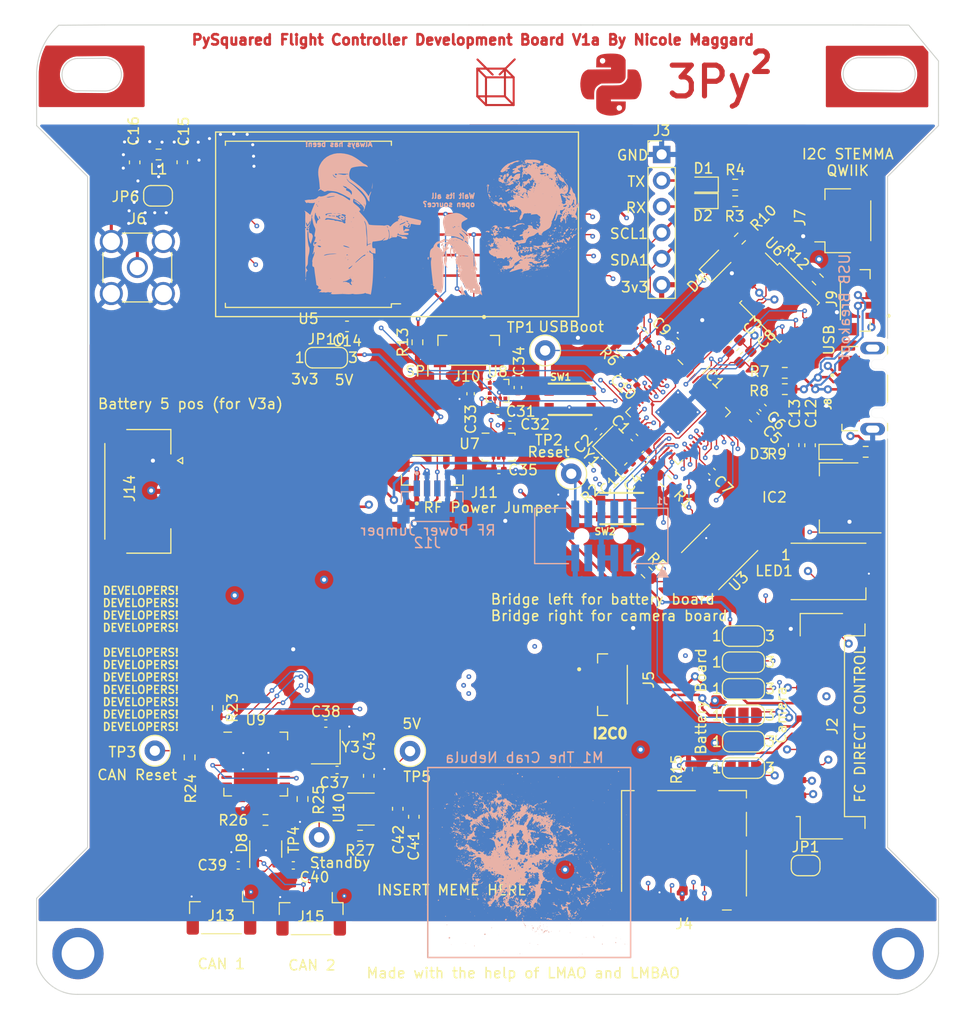
<source format=kicad_pcb>
(kicad_pcb (version 20221018) (generator pcbnew)
  (layers (0 "F.Cu" signal) (1 "In1.Cu" signal) (2 "In2.Cu" signal) (31 "B.Cu" signal) (34 "B.Paste" user) (35 "F.Paste" user) (36 "B.SilkS" user "B.Silkscreen") (37 "F.SilkS" user "F.Silkscreen") (38 "B.Mask" user) (39 "F.Mask" user) (44 "Edge.Cuts" user))
  (net 0 "")
  (net 1 "Net-(IC1-XIN)")
  (net 2 "Net-(C2-Pad2)")
  (net 3 "1.2V")
  (net 4 "GND")
  (net 5 "3.3V")
  (net 6 "VBUS")
  (net 7 "3v3 Spec")
  (net 8 "VCC_RF1")
  (net 9 "RF1_ANT")
  (net 10 "Net-(J6-In)")
  (net 11 "ENABLE_BURN {slash} D7")
  (net 12 "I2C_RESET {slash} D2")
  (net 13 "ENAB_RF {slash} D3")
  (net 14 "VBUS_RESET {slash} PC")
  (net 15 "BURN_RELAY_A {slash} VS")
  (net 16 "D4")
  (net 17 "D5")
  (net 18 "D6")
  (net 19 "D8")
  (net 20 "SPI0_CS1")
  (net 21 "D9")
  (net 22 "Net-(U8-C1)")
  (net 23 "Net-(D1-K)")
  (net 24 "TX")
  (net 25 "Net-(D2-K)")
  (net 26 "RX")
  (net 27 "Net-(D3-A)")
  (net 28 "/USBBOOT")
  (net 29 "Net-(D4-A)")
  (net 30 "SPI0_CS2")
  (net 31 "RF_VCC")
  (net 32 "SDA1")
  (net 33 "SCL1")
  (net 34 "SDA0")
  (net 35 "SCL0")
  (net 36 "D0")
  (net 37 "Net-(J2-Pin_1)")
  (net 38 "Net-(J2-Pin_6)")
  (net 39 "Net-(J2-Pin_7)")
  (net 40 "Net-(J2-Pin_8)")
  (net 41 "Net-(J2-Pin_10)")
  (net 42 "Net-(J2-Pin_11)")
  (net 43 "HS")
  (net 44 "FC_RESET")
  (net 46 "Net-(IC1-XOUT)")
  (net 47 "SWCLK")
  (net 48 "SWDIO")
  (net 49 "SPI0_MISO")
  (net 50 "SPI0_CS0")
  (net 51 "SPI0_SCK")
  (net 52 "SPI0_MOSI")
  (net 53 "RF1_RST")
  (net 54 "WDT_WDI")
  (net 55 "RF1_IO4")
  (net 56 "RF1_IO0")
  (net 57 "NEOPIX")
  (net 58 "Net-(U9-OSC2)")
  (net 59 "/D-")
  (net 60 "/D+")
  (net 61 "/QSPI_DATA[3]")
  (net 62 "/QSPI_SCK")
  (net 63 "/QSPI_DATA[0]")
  (net 64 "/QSPI_DATA[2]")
  (net 65 "/QSPI_DATA[1]")
  (net 66 "/QSPI_CS")
  (net 72 "Net-(U3-~{RESET})")
  (net 73 "Net-(U3-~{MR})")
  (net 93 "USB_D-")
  (net 94 "USB_D+")
  (net 96 "Net-(U9-OSC1)")
  (net 98 "CANL")
  (net 99 "CANH")
  (net 100 "Net-(U10-C-)")
  (net 101 "Net-(U10-C+)")
  (net 102 "+5V")
  (net 103 "Net-(U9-RESET)")
  (net 104 "Net-(U9-STBY)")
  (net 105 "Net-(U10-*SHDN)")
  (net 106 "TXCAN")
  (net 107 "RXCAN")
  (footprint "Jumper:SolderJumper-3_P1.3mm_Open_RoundedPad1.0x1.5mm_NumberLabels" (layer "F.Cu") (at 212.31 107.14)
    (fp_text reference "JP7" hide)
    (fp_text value "Jumper_3_Open")
  )
  (footprint "Capacitor_SMD:C_0402_1005Metric" (layer "F.Cu") (at 202.74 89.45 -135)
    (fp_text reference "C11")
    (fp_text value "100nf")
  )
  (footprint "Capacitor_SMD:C_0603_1608Metric" (layer "F.Cu") (at 217.21 88.52 90)
    (fp_text reference "C13")
    (fp_text value "22uF")
  )
  (footprint "Resistor_SMD:R_0603_1608Metric" (layer "F.Cu") (at 216.345 81.48)
    (fp_text reference "R7")
    (fp_text value "22")
  )
  (footprint "Resistor_SMD:R_0402_1005Metric" (layer "F.Cu") (at 206.96 120.14 90)
    (fp_text reference "R15")
    (fp_text value "10k")
  )
  (footprint "Connector_Coaxial:SMA_Amphenol_901-144_Vertical" (layer "F.Cu") (at 153.17 71.21)
    (fp_text reference "J6")
    (fp_text value "Conn_Coaxial" hide)
  )
  (footprint "TestPoint:TestPoint_Loop_D1.80mm_Drill1.0mm_Beaded" (layer "F.Cu") (at 154.88 118.32)
    (fp_text reference "TP3")
    (fp_text value "RESET")
  )
  (footprint "TestPoint:TestPoint_Loop_D1.80mm_Drill1.0mm_Beaded" (layer "F.Cu") (at 179.78 118.36)
    (fp_text reference "TP5")
    (fp_text value "5V")
  )
  (footprint "Capacitor_SMD:C_0603_1608Metric" (layer "F.Cu") (at 152.91 60.96 -90)
    (fp_text reference "C16")
    (fp_text value "DNI")
  )
  (footprint "Connector_JST:JST_SH_BM04B-SRSS-TB_1x04-1MP_P1.00mm_Vertical" (layer "F.Cu") (at 170.13 134.245 180)
    (fp_text reference "J15")
    (fp_text value "Breakout")
  )
  (footprint "Package_TO_SOT_SMD:SOT-223" (layer "F.Cu") (at 221.63 93.67 180)
    (fp_text reference "IC2")
    (fp_text value "AZ1117CH-3.3TRG1")
  )
  (footprint "FC_DEV_BOARD:JST_BM04B-SRSS-TB(LF)(SN)" (layer "F.Cu") (at 222.47 74.42 90)
    (fp_text reference "J9")
    (fp_text value "BM04B-SRSS-TB(LF)(SN)")
  )
  (footprint "Resistor_SMD:R_0603_1608Metric" (layer "F.Cu") (at 161.02 114.15 -90)
    (fp_text reference "R23")
    (fp_text value "10k")
  )
  (footprint "Capacitor_SMD:C_0402_1005Metric" (layer "F.Cu") (at 203.12 90.51 45)
    (fp_text reference "C4")
    (fp_text value "100nf")
  )
  (footprint "LED_SMD:LED_0603_1608Metric" (layer "F.Cu") (at 208.37 63.13 180)
    (fp_text reference "D1")
    (fp_text value "LED")
  )
  (footprint "Resistor_SMD:R_Array_Convex_4x0603" (layer "F.Cu") (at 201.457868 78.494924 135)
    (fp_text reference "R6")
    (fp_text value "10k")
  )
  (footprint "Capacitor_SMD:C_0603_1608Metric" (layer "F.Cu") (at 218.81 88.54 90)
    (fp_text reference "C12")
    (fp_text value "10uF")
  )
  (footprint "LED_SMD:LED_0603_1608Metric" (layer "F.Cu") (at 221.17 89.19)
    (fp_text reference "D3")
    (fp_text value "LED")
  )
  (footprint "FC_DEV_BOARD:BTN_KMR2_4.6X2.8" (layer "F.Cu") (at 200.43 94.71)
    (fp_text reference "SW2")
    (fp_text value "KMR2")
  )
  (footprint "Capacitor_SMD:C_0402_1005Metric" (layer "F.Cu") (at 189.52 86.55)
    (fp_text reference "C32")
    (fp_text value "100nf")
  )
  (footprint "LOGO" (layer "F.Cu") (at 199.374384 53.975466)
    (fp_text reference "G***" hide)
    (fp_text value "LOGO" hide)
  )
  (footprint "Capacitor_SMD:C_0402_1005Metric" (layer "F.Cu") (at 190.3 82.91 -90)
    (fp_text reference "C34")
    (fp_text value "100nf")
  )
  (footprint "Resistor_SMD:R_0603_1608Metric" (layer "F.Cu") (at 155.24 60.19 180)
    (fp_text reference "L1")
    (fp_text value "DNI")
  )
  (footprint "Capacitor_SMD:C_0603_1608Metric" (layer "F.Cu") (at 211.401992 78.848008 45)
    (fp_text reference "C3")
    (fp_text value "1uF")
  )
  (footprint "FC_DEV_BOARD:JST_BM04B-SRSS-TB(LF)(SN)" (layer "F.Cu") (at 185.5 80.03 180)
    (fp_text reference "J10")
    (fp_text value "BM04B-SRSS-TB(LF)(SN)")
  )
  (footprint "Resistor_SMD:R_0402_1005Metric" (layer "F.Cu") (at 201.1 90.63 -135)
    (fp_text reference "R2")
    (fp_text value "1k")
  )
  (footprint "Jumper:SolderJumper-3_P1.3mm_Open_RoundedPad1.0x1.5mm_NumberLabels" (layer "F.Cu") (at 212.31 114.87)
    (fp_text reference "JP9" hide)
    (fp_text value "Jumper_3_Open")
  )
  (footprint "Crystal:Crystal_SMD_2520-4Pin_2.5x2.0mm" (layer "F.Cu") (at 199.756307 88.816256 -45)
    (fp_text reference "Y1")
    (fp_text value "12MHZ")
  )
  (footprint "LOGO" (layer "F.Cu") (at 199.374384 53.975466)
    (fp_text reference "G***" hide)
    (fp_text value "LOGO" hide)
  )
  (footprint "Capacitor_SMD:C_0603_1608Metric" (layer "F.Cu") (at 212.48 79.92 45)
    (fp_text reference "C8")
    (fp_text value "1uF")
  )
  (footprint "Capacitor_SMD:C_0402_1005Metric" (layer "F.Cu") (at 201.57 82.35 135)
    (fp_text reference "C10")
    (fp_text value "100nf")
  )
  (footprint "Capacitor_SMD:C_0402_1005Metric" (layer "F.Cu") (at 163.02 129.5 180)
    (fp_text reference "C39")
    (fp_text value "47pf")
  )
  (footprint "TestPoint:TestPoint_Loop_D1.80mm_Drill1.0mm_Beaded" (layer "F.Cu") (at 170.91 126.76)
    (fp_text reference "TP4")
    (fp_text value "Standby")
  )
  (footprint "FC_DEV_BOARD:MOLEX_5040500591" (layer "F.Cu") (at 153.22 93.035 90)
    (fp_text reference "J14")
    (fp_text value "Battery")
  )
  (footprint "Jumper:SolderJumper-2_P1.3mm_Open_RoundedPad1.0x1.5mm" (layer "F.Cu") (at 218.38 129.51)
    (fp_text reference "JP1")
    (fp_text value "SolderJumper_2_Open")
  )
  (footprint "Crystal:Crystal_SMD_2520-4Pin_2.5x2.0mm" (layer "F.Cu") (at 171.56 117.95 90)
    (fp_text reference "Y3")
    (fp_text value "16MHZ 12 pf")
  )
  (footprint "Package_TO_SOT_SMD:SOT-23-6" (layer "F.Cu") (at 175.4875 124.01)
    (fp_text reference "U10")
    (fp_text value "AP3602AKTR-G1")
  )
  (footprint "" (layer "F.Cu") (at 227.4144 138.1)
    (fp_text reference "")
    (fp_text value "")
  )
  (footprint "" (layer "F.Cu") (at 147.381083 138.1)
    (fp_text reference "")
    (fp_text value "")
  )
  (footprint "Capacitor_SMD:C_0603_1608Metric" (layer "F.Cu") (at 157.56 60.95 -90)
    (fp_text reference "C15")
    (fp_text value "DNI")
  )
  (footprint "Package_TO_SOT_SMD:SOT-23-3" (layer "F.Cu") (at 165.7 127.91 90)
    (fp_text reference "D8")
    (fp_text value "PESD1CAN")
  )
  (footprint "Resistor_SMD:R_0603_1608Metric" (layer "F.Cu") (at 219.56 72.36 135)
    (fp_text reference "R12")
    (fp_text value "10k")
  )
  (footprint "FC_DEV_BOARD:RFM98PW" (layer "F.Cu") (at 178.51 67.501499 180)
    (fp_text reference "U4" hide)
    (fp_text value "RFM98PW" hide)
  )
  (footprint "FC_DEV_BOARD:JST_BM04B-SRSS-TB(LF)(SN)" (layer "F.Cu") (at 200.28 111.88 -90)
    (fp_text reference "J5")
    (fp_text value "BM04B-SRSS-TB(LF)(SN)")
  )
  (footprint "Resistor_SMD:R_0603_1608Metric" (layer "F.Cu") (at 211.51 63.13)
    (fp_text reference "R4")
    (fp_text value "1k")
  )
  (footprint "TestPoint:TestPoint_Loop_D1.80mm_Drill1.0mm_Beaded" (layer "F.Cu") (at 195.51 91.32)
    (fp_text reference "TP2")
    (fp_text value "RESET")
  )
  (footprint "Package_LGA:LGA-14_3x2.5mm_P0.5mm_LayoutBorder3x4y" (layer "F.Cu") (at 188.42 88.72)
    (fp_text reference "U7")
    (fp_text value "LSM6DSOTR")
  )
  (footprint "Capacitor_SMD:C_0402_1005Metric" (layer "F.Cu") (at 198.16 87.21 -135)
    (fp_text reference "C2")
    (fp_text value "22pF")
  )
  (footprint "Jumper:SolderJumper-2_P1.3mm_Open_RoundedPad1.0x1.5mm" (layer "F.Cu") (at 155.19 64.22)
    (fp_text reference "JP6")
    (fp_text value "SolderJumper_2_Open")
  )
  (footprint "Capacitor_SMD:C_0603_1608Metric" (layer "F.Cu") (at 213.36 85.8 -45)
    (fp_text reference "C6")
    (fp_text value "1uF")
  )
  (footprint "Jumper:SolderJumper-3_P1.3mm_Open_RoundedPad1.0x1.5mm_NumberLabels" (layer "F.Cu") (at 212.31 109.69)
    (fp_text reference "JP5" hide)
    (fp_text value "Jumper_3_Open")
  )
  (footprint "Capacitor_SMD:C_0402_1005Metric" (layer "F.Cu") (at 205.65 78.39 135)
    (fp_text reference "C9")
    (fp_text value "100nf")
  )
  (footprint "FC_DEV_BOARD:JST_BM04B-SRSS-TB(LF)(SN)" (layer "F.Cu") (at 181.94 90.22)
    (fp_text reference "J11")
    (fp_text value "BM04B-SRSS-TB(LF)(SN)")
  )
  (footprint "Resistor_SMD:R_0603_1608Metric" (layer "F.Cu") (at 165.675 125.07)
    (fp_text reference "R26")
    (fp_text value "120")
  )
  (footprint "Capacitor_SMD:C_0603_1608Metric" (layer "F.Cu") (at 178.58 123.98 90)
    (fp_text reference "C42")
    (fp_text value "1uf")
  )
  (footprint "Jumper:SolderJumper-3_P1.3mm_Open_RoundedPad1.0x1.5mm_NumberLabels" (layer "F.Cu") (at 171.62 80)
    (fp_text reference "JP10")
    (fp_text value "Jumper_3_Open")
  )
  (footprint "Capacitor_SMD:C_0402_1005Metric" (layer "F.Cu") (at 172.66 120.2)
    (fp_text reference "C37")
    (fp_text value "22pf")
  )
  (footprint "Package_SO:SOIC-8_5.275x5.275mm_P1.27mm" (layer "F.Cu") (at 215.83 74.66 -45)
    (fp_text reference "U6")
    (fp_text value "W25Q128JV")
  )
  (footprint "LED_SMD:LED_0603_1608Metric" (layer "F.Cu") (at 208.35 64.73 180)
    (fp_text reference "D2")
    (fp_text value "LED")
  )
  (footprint "Capacitor_SMD:C_0402_1005Metric" (layer "F.Cu") (at 209.23 91.11 -45)
    (fp_text reference "C7")
    (fp_text value "100nf")
  )
  (footprint "Resistor_SMD:R_0603_1608Metric" (layer "F.Cu") (at 174.9 126.6 180)
    (fp_text reference "R27")
    (fp_text value "10k")
  )
  (footprint "Resistor_SMD:R_0603_1608Metric" (layer "F.Cu") (at 216.35 83.07)
    (fp_text reference "R8")
    (fp_text value "22")
  )
  (footprint "LED_SMD:LED_WS2812B_PLCC4_5.0x5.0mm_P3.2mm" (layer "F.Cu") (at 220.61 100.84)
    (fp_text reference "LED1")
    (fp_text value "WS2812B_SK6812_1515")
  )
  (footprint "Capacitor_SMD:C_0402_1005Metric" (layer "F.Cu") (at 201.67 87.78 -45)
    (fp_text reference "C1")
    (fp_text value "22pF")
  )
  (footprint "Capacitor_SMD:C_0603_1608Metric" (layer "F.Cu") (at 180.15 124.76 90)
    (fp_text reference "C41")
    (fp_text value "10uf")
  )
  (footprint "Diode_SMD:D_SOD-323F" (layer "F.Cu") (at 209.7425 70.86 45)
    (fp_text reference "D4")
    (fp_text value "NSR0320")
  )
  (footprint "Resistor_SMD:R_0603_1608Metric" (layer "F.Cu") (at 211.51 64.75)
    (fp_text reference "R3")
    (fp_text value "1k")
  )
  (footprint "Connector_Card:microSD_HC_Molex_104031-0811" (layer "F.Cu") (at 206.53 128.03 180)
    (fp_text reference "J4")
    (fp_text value "104031-0811")
  )
  (footprint "Resistor_SMD:R_0603_1608Metric" (layer "F.Cu") (at 204.74 92.05 135)
    (fp_text reference "R1")
    (fp_text value "10k")
  )
  (footprint "Connector_JST:JST_SH_SM04B-SRSS-TB_1x04-1MP_P1.00mm_Horizontal" (layer "F.Cu") (at 222.05 66.65 90)
    (fp_text reference "J7")
    (fp_text value "Breakout")
  )
  (footprint "Resistor_SMD:R_0603_1608Metric" (layer "F.Cu") (at 169.29 123.03 90)
    (fp_text reference "R25")
    (fp_text value "10k")
  )
  (footprint "Capacitor_SMD:C_0402_1005Metric" (layer "F.Cu") (at 168.39 129.5 180)
    (fp_text reference "C40")
    (fp_text value "47pf")
  )
  (footprint "Capacitor_SMD:C_0603_1608Metric" (layer "F.Cu") (at 175.75 120.77 -90)
    (fp_text reference "C43")
    (fp_text value "10uf")
  )
  (footprint "Package_DFN_QFN:QFN-56-1EP_7x7mm_P0.4mm_EP3.2x3.2mm_ThermalVias" (layer "F.Cu") (at 205.93 85.31 -45)
    (fp_text reference "IC1")
    (fp_text value "RP2040_QFN56")
  )
  (footprint "Capacitor_SMD:C_0402_1005Metric" (layer "F.Cu") (at 188.34 85.19)
    (fp_text reference "C31")
    (fp_text value "220nf")
  )
  (footprint "RF_Module:HOPERF_RFM9XW_SMD" (layer "F.Cu") (at 169.86 67 180)
    (fp_text reference "U5")
    (fp_text value "RFM9xBreakout")
  )
  (footprint "Jumper:SolderJumper-3_P1.3mm_Open_RoundedPad1.0x1.5mm_NumberLabels" (layer "F.Cu") (at 212.31 120.01)
    (fp_text reference "JP3" hide)
    (fp_text value "Jumper_3_Open")
  )
  (footprint "Capacitor_SMD:C_0402_1005Metric" (layer "F.Cu") (at 214.199411 84.879411 135)
    (fp_text reference "C5")
    (fp_text value "100nf")
  )
  (footprint "Connector_JST:JST_SH_BM04B-SRSS-TB_1x04-1MP_P1.00mm_Vertical" (layer "F.Cu") (at 161.38 134.15 180)
    (fp_text reference "J13")
    (fp_text value "Breakout")
  )
  (footprint "Resistor_SMD:R_0603_1608Metric" (layer "F.Cu") (at 158.27 118.97 90)
    (fp_text reference "R24")
    (fp_text value "10k")
  )
  (footprint "Package_LGA:LGA-12_2x2mm_P0.5mm" (layer "F.Cu") (at 188.32 83.22)
    (fp_text reference "U8")
    (fp_text value "LSM303AGRTR")
  )
  (footprint "FC_DEV_BOARD:BTN_KMR2_4.6X2.8" (layer "F.Cu") (at 195.4 84.06)
    (fp_text reference "SW1")
    (fp_text value "KMR2")
  )
  (footprint "Capacitor_SMD:C_0603_1608Metric" (layer "F.Cu") (at 173.63 76.95 180)
    (fp_text reference "C14")
    (fp_text value "10uF")
  )
  (footprint "Capacitor_SMD:C_0402_1005Metric" (layer "F.Cu") (at 171.56 115.67)
    (fp_text reference "C38")
    (fp_text value "22pf")
  )
  (footprint "Package_DFN_QFN:QFN-28-1EP_6x6mm_P0.65mm_EP4.25x4.25mm" (layer "F.Cu") (at 164.7225 119.62)
    (fp_text reference "U9")
    (fp_text value "MCP25625-E/ML")
  )
  (footprint "Connector_Molex:Molex_Pico-Lock_504050-1291_1x12-1MP_P1.50mm_Horizontal" (layer "F.Cu") (at 220.745 115.93 90)
    (fp_text reference "J2")
    (fp_text value "FC to EPS Connector" hide)
  )
  (footprint "Capacitor_SMD:C_0402_1005Metric" (layer "F.Cu") (at 185.69 83.52 -90)
    (fp_text reference "C33")
    (fp_text value "100nf")
  )
  (footprint "TestPoint:TestPoint_Loop_D1.80mm_Drill1.0mm_Beaded" (layer "F.Cu") (at 192.96 79.3)
    (fp_text reference "TP1")
    (fp_text value "USBBOOT")
  )
  (footprint "Resistor_SMD:R_0603_1608Metric" (layer "F.Cu") (at 202.88 100.94 -45)
    (fp_text reference "R5")
    (fp_text value "10k")
  )
  (footprint "Jumper:SolderJumper-3_P1.3mm_Open_RoundedPad1.0x1.5mm_NumberLabels" (layer "F.Cu") (at 212.31 112.29)
    (fp_text reference "JP8" hide)
    (fp_text value "Jumper_3_Open")
  )
  (footprint "Jumper:SolderJumper-3_P1.3mm_Open_RoundedPad1.0x1.5mm_NumberLabels" (layer "F.Cu") (at 212.32 117.44)
    (fp_text reference "JP4" hide)
    (fp_text value "Jumper_3_Open")
  )
  (footprint "Package_SO:SO-8_3.9x4.9mm_P1.27mm" (layer "F.Cu") (at 209.46 99.43 -135)
    (fp_text reference "U3")
    (fp_text value "MAX706RESA")
  )
  (footprint "Resistor_SMD:R_0603_1608Metric" (layer "F.Cu") (at 211.97 68.39 -135)
    (fp_text reference "R10")
    (fp_text value "1k")
  )
  (footprint "FC_DEV_BOARD:MOLEX_105164-0001" (layer "F.Cu") (at 226.37 83.02 90)
    (fp_text reference "J8")
    (fp_text value "USB_B_Micro")
    (fp_line (start -4.9 0) (end -3.4 0) (stroke (width 0.01)) (layer "Edge.Cuts"))
    (fp_line (start -3.4 0) (end -2.825 -0.5) (stroke (width 0.01)) (layer "Edge.Cuts"))
    (fp_line (start -2.825 -1.15) (end -2.825 -0.5) (stroke (width 0.01)) (layer "Edge.Cuts"))
    (fp_line (start -1.925 -1.15) (end -1.925 -0.5) (stroke (width 0.01)) (layer "Edge.Cuts"))
    (fp_line (start 0.00053 0.004943) (end -1.29947 0.004943) (stroke (width 0.01)) (layer "Edge.Cuts"))
    (fp_line (start 0.00053 0.004943) (end 1.3 0) (stroke (width 0.01)) (layer "Edge.Cuts"))
    (fp_line (start 1.925 -1.15) (end 1.925 -0.5) (stroke (width 0.01)) (layer "Edge.Cuts"))
    (fp_line (start 2.825 -1.15) (end 2.825 -0.5) (stroke (width 0.01)) (layer "Edge.Cuts"))
    (fp_line (start 3.4 0) (end 2.825 -0.5) (stroke (width 0.01)) (layer "Edge.Cuts"))
    (fp_line (start 4.9 0) (end 3.4 0) (stroke (width 0.01)) (layer "Edge.Cuts"))
    (fp_arc (start -2.825 -1.15) (mid -2.375 -1.6) (end -1.925 -1.15) (stroke (width 0.01)) (layer "Edge.Cuts"))
    (fp_arc (start -1.29947 0.004943) (mid -1.716881 -0.117891) (end -1.924999 -0.5) (stroke (width 0.01)) (layer "Edge.Cuts"))
    (fp_arc (start 1.925 -1.15) (mid 2.375 -1.6) (end 2.825 -1.15) (stroke (width 0.01)) (layer "Edge.Cuts"))
    (fp_arc (start 1.925529 -0.504943) (mid 1.717412 -0.122833) (end 1.3 0) (stroke (width 0.01)) (layer "Edge.Cuts"))
  )
  (footprint "Resistor_SMD:R_0603_1608Metric" (layer "F.Cu") (at 180.5 78.5 90)
    (fp_text reference "R13")
    (fp_text value "10k")
  )
  (footprint "Connector_PinHeader_2.54mm:PinHeader_1x06_P2.54mm_Vertical" (layer "F.Cu") (at 204.33 60.19)
    (fp_text reference "J3")
    (fp_text value "Life Makes Lemonade")
  )
  (footprint "Capacitor_SMD:C_0402_1005Metric" (layer "F.Cu") (at 188.45 90.95)
    (fp_text reference "C35")
    (fp_text value "100nf")
  )
  (footprint "Resistor_SMD:R_0603_1608Metric" (layer "F.Cu") (at 224.24 89.18 180)
    (fp_text reference "R9")
    (fp_text value "10k")
  )
  (footprint "FC_DEV_BOARD:JTAG_2X05_1.27MM_BOX_NOCREAM" (layer "B.Cu") (at 198.44 97.38 180)
    (fp_text reference "J1")
    (fp_text value "Conn_ARM_JTAG_SWD_10")
  )
  (footprint "LOGO" (layer "B.Cu") (at 183.91 66.54 180)
    (fp_text reference "G***" hide)
    (fp_text value "LOGO" hide)
  )
  (footprint "LOGO" (layer "B.Cu") (at 190.96 128.61 180)
    (fp_text reference "G***" hide)
    (fp_text value "LOGO" hide)
  )
  (footprint "FC_DEV_BOARD:JST_BM04B-SRSS-TB(LF)(SN)" (layer "B.Cu") (at 181.94 95.2725)
    (fp_text reference "J12")
    (fp_text value "BM04B-SRSS-TB(LF)(SN)")
  )
  (gr_line (start 187.19 55.37) (end 186.34 54.52) (stroke (width 0.2)) (layer "F.Cu"))
  (gr_line (start 189.04 51.82) (end 189.89 52.67) (stroke (width 0.2)) (layer "F.Cu"))
  (gr_line (start 187.84 52.41) (end 186.36 50.93) (stroke (width 0.2)) (layer "F.Cu"))
  (gr_line (start 186.34 54.52) (end 189.04 54.52) (stroke (width 0.2)) (layer "F.Cu"))
  (gr_line (start 187.19 52.67) (end 187.19 55.37) (stroke (width 0.2)) (layer "F.Cu"))
  (gr_line (start 189.89 52.67) (end 187.19 52.67) (stroke (width 0.2)) (layer "F.Cu"))
  (gr_line (start 189.04 51.82) (end 186.34 51.82) (stroke (width 0.2)) (layer "F.Cu"))
  (gr_line (start 188.52 52.39) (end 189.99 50.92) (stroke (width 0.2)) (layer "F.Cu"))
  (gr_line (start 189.04 54.52) (end 189.04 51.82) (stroke (width 0.2)) (layer "F.Cu"))
  (gr_line (start 186.34 54.52) (end 186.34 51.82) (stroke (width 0.2)) (layer "F.Cu"))
  (gr_line (start 186.34 51.82) (end 187.19 52.67) (stroke (width 0.2)) (layer "F.Cu"))
  (gr_line (start 187.19 55.37) (end 189.89 55.37) (stroke (width 0.2)) (layer "F.Cu"))
  (gr_line (start 189.04 54.52) (end 189.89 55.37) (stroke (width 0.2)) (layer "F.Cu"))
  (gr_line (start 189.89 55.37) (end 189.89 52.67) (stroke (width 0.2)) (layer "F.Cu"))
  (gr_rect (start 181.51 119.96) (end 201.3 138.48) (stroke (width 0.15)) (fill none) (layer "B.SilkS"))
  (gr_line (start 147.266164 53.978713) (end 150.016362 54.003722) (stroke (width 0.1)) (layer "Edge.Cuts"))
  (gr_line (start 197.601362 47.563722) (end 223.001362 47.563722) (stroke (width 0.1)) (layer "Edge.Cuts"))
  (gr_arc (start 143.3432 52.5744) (mid 143.878092 49.844486) (end 145.50672 47.589245) (stroke (width 0.1)) (layer "Edge.Cuts"))
  (gr_arc (start 150.016362 50.803722) (mid 151.616378 52.403722) (end 150.016362 54.003722) (stroke (width 0.1)) (layer "Edge.Cuts"))
  (gr_arc (start 223.616362 53.903722) (mid 222.041575 52.303731) (end 223.666337 50.754515) (stroke (width 0.1)) (layer "Edge.Cuts"))
  (gr_line (start 143.3432 134) (end 143.3432 132.71) (stroke (width 0.1)) (layer "Edge.Cuts"))
  (gr_line (start 143.3432 139.0744) (end 143.3432 134) (stroke (width 0.1)) (layer "Edge.Cuts"))
  (gr_line (start 147.316139 50.829506) (end 150.016362 50.803722) (stroke (width 0.1)) (layer "Edge.Cuts"))
  (gr_line (start 143.3432 57.38) (end 143.3432 52.5744) (stroke (width 0.1)) (layer "Edge.Cuts"))
  (gr_line (start 145.50672 47.589245) (end 149.976362 47.563722) (stroke (width 0.1)) (layer "Edge.Cuts"))
  (gr_line (start 231.3432 133.532) (end 231.3432 132.71) (stroke (width 0.1)) (layer "Edge.Cuts"))
  (gr_line (start 227.3432 142.0744) (end 147.3432 142.0744) (stroke (width 0.1)) (layer "Edge.Cuts"))
  (gr_line (start 223.001362 47.563722) (end 228.441362 47.578722) (stroke (width 0.1)) (layer "Edge.Cuts"))
  (gr_arc (start 227.466362 50.753722) (mid 229.066378 52.353722) (end 227.466362 53.953722) (stroke (width 0.1)) (layer "Edge.Cuts"))
  (gr_arc (start 147.266164 53.978713) (mid 145.821876 52.380794) (end 147.316139 50.829506) (stroke (width 0.1)) (layer "Edge.Cuts"))
  (gr_line (start 231.3432 132.71) (end 226.37 127.7368) (stroke (width 0.1)) (layer "Edge.Cuts"))
  (gr_arc (start 147.3432 142.0744) (mid 144.830806 141.257591) (end 143.3432 139.0744) (stroke (width 0.1)) (layer "Edge.Cuts"))
  (gr_line (start 197.601362 47.563722) (end 196.4436 47.563722) (stroke (width 0.1)) (layer "Edge.Cuts"))
  (gr_line (start 143.3432 132.71) (end 148.32 127.7332) (stroke (width 0.1)) (layer "Edge.Cuts"))
  (gr_line (start 185.536362 47.563722) (end 149.976362 47.563722) (stroke (width 0.1)) (layer "Edge.Cuts"))
  (gr_line (start 185.536362 47.563722) (end 186.8932 47.563722) (stroke (width 0.1)) (layer "Edge.Cuts"))
  (gr_line (start 186.8932 47.563722) (end 196.4436 47.563722) (stroke (width 0.1)) (layer "Edge.Cuts"))
  (gr_line (start 223.616362 53.903722) (end 227.466362 53.953722) (stroke (width 0.1)) (layer "Edge.Cuts"))
  (gr_line (start 143.3432 57.38) (end 148.32 62.3568) (stroke (width 0.1)) (layer "Edge.Cuts"))
  (gr_line (start 226.37 87.92) (end 226.37 127.7368) (stroke (width 0.1)) (layer "Edge.Cuts"))
  (gr_line (start 231.3432 57.38) (end 226.37 62.3532) (stroke (width 0.1)) (layer "Edge.Cuts"))
  (gr_line (start 231.3432 56.345522) (end 231.3432 57.38) (stroke (width 0.1)) (layer "Edge.Cuts"))
  (gr_line (start 226.37 78.12) (end 226.37 62.3532) (stroke (width 0.1)) (layer "Edge.Cuts"))
  (gr_line (start 231.3432 56.345522) (end 231.3432 51.0744) (stroke (width 0.1)) (layer "Edge.Cuts"))
  (gr_line (start 228.441362 47.578722) (end 231.3432 51.0744) (stroke (width 0.1)) (layer "Edge.Cuts"))
  (gr_line (start 231.3432 133.532) (end 231.3432 138.0744) (stroke (width 0.1)) (layer "Edge.Cuts"))
  (gr_line (start 227.466362 50.753722) (end 223.666337 50.754515) (stroke (width 0.1)) (layer "Edge.Cuts"))
  (gr_line (start 148.32 127.7332) (end 148.32 62.3568) (stroke (width 0.1)) (layer "Edge.Cuts"))
  (gr_arc (start 231.3432 138.0744) (mid 230.019606 140.750806) (end 227.3432 142.0744) (stroke (width 0.1)) (layer "Edge.Cuts"))
  (gr_text "2" (at 214.07 51.2) (layer "F.Cu") (effects (font (size 2 2) (thickness 0.5))))
  (gr_text "3Py" (at 209.01 53.12) (layer "F.Cu") (effects (font (size 3 3) (thickness 0.5))))
  (gr_text "PySquared Flight Controller Development Board V1a By Nicole Maggard" (at 185.92 49.6) (layer "F.Cu") (effects (font (size 1 1) (thickness 0.25) bold) (justify bottom)))
  (gr_text "M1 The Crab Nebula" (at 198.77 119.58) (layer "B.SilkS") (effects (font (size 1 1)) (justify left bottom mirror)))
  (gr_text "USB Breakout" (at 222.765 69.76 90) (layer "B.SilkS") (effects (font (size 1 1)) (justify left bottom mirror)))
  (gr_text "RF Power Jumper" (at 188.23 97.42) (layer "B.SilkS") (effects (font (size 1 1)) (justify left bottom mirror)))
  (gr_text "Always has been!" (at 176.18 59.48) (layer "B.SilkS") (effects (font (size 0.5 0.5) (thickness 0.125)) (justify left bottom mirror)))
  (gr_text "Wait its all\nopen source?" (at 186.18 65.34) (layer "B.SilkS") (effects (font (size 0.5 0.5) (thickness 0.125)) (justify left bottom mirror)))
  (gr_text "3v3" (at 168.09 82.68) (layer "F.SilkS") (effects (font (size 1 1)) (justify left bottom)))
  (gr_text "DEVELOPERS!\nDEVELOPERS!\nDEVELOPERS!\nDEVELOPERS!\n\nDEVELOPERS!\nDEVELOPERS!\nDEVELOPERS!\nDEVELOPERS!\nDEVELOPERS!\nDEVELOPERS!\nDEVELOPERS!" (at 149.71 116.43) (layer "F.SilkS") (effects (font (size 0.75 0.75)) (justify left bottom)))
  (gr_text "CAN 2" (at 167.8 139.82) (layer "F.SilkS") (effects (font (size 1 1)) (justify left bottom)))
  (gr_text "SDA1" (at 199.19 71.08) (layer "F.SilkS") (effects (font (size 1 1)) (justify left bottom)))
  (gr_text "SCL1" (at 199.18 68.5) (layer "F.SilkS") (effects (font (size 1 1)) (justify left bottom)))
  (gr_text "I2C0" (at 197.44 117.23) (layer "F.SilkS") (effects (font (size 1 1) (thickness 0.25) bold) (justify left bottom)))
  (gr_text "I2C STEMMA\nQWIIK" (at 222.49 62.35) (layer "F.SilkS") (effects (font (size 1 1)) (justify bottom)))
  (gr_text "RF Power Jumper" (at 181 95.2) (layer "F.SilkS") (effects (font (size 1 1)) (justify left bottom)))
  (gr_text "GND" (at 199.87 60.85) (layer "F.SilkS") (effects (font (size 1 1)) (justify left bottom)))
  (gr_text "3v3" (at 200.27 73.71) (layer "F.SilkS") (effects (font (size 1 1)) (justify left bottom)))
  (gr_text "Made with the help of LMAO and LMBAO" (at 175.44 140.58) (layer "F.SilkS") (effects (font (size 1 1)) (justify left bottom)))
  (gr_text "FC DIRECT CONTROL" (at 224.27 123.48 90) (layer "F.SilkS") (effects (font (size 1 1)) (justify left bottom)))
  (gr_text "Bridge left for battery board\nBridge right for camera board" (at 187.56 105.75) (layer "F.SilkS") (effects (font (size 1 1)) (justify left bottom)))
  (gr_text "RX" (at 200.74 65.97) (layer "F.SilkS") (effects (font (size 1 1)) (justify left bottom)))
  (gr_text "5V" (at 172.34 82.76) (layer "F.SilkS") (effects (font (size 1 1)) (justify left bottom)))
  (gr_text "Reset" (at 191.15 89.79) (layer "F.SilkS") (effects (font (size 1 1)) (justify left bottom)))
  (gr_text "Standby" (at 169.9 129.82) (layer "F.SilkS") (effects (font (size 1 1)) (justify left bottom)))
  (gr_text "INSERT MEME HERE" (at 176.45 132.49) (layer "F.SilkS") (effects (font (size 1 1)) (justify left bottom)))
  (gr_text "USB" (at 221.25 79.87 90) (layer "F.SilkS") (effects (font (size 1 1)) (justify left bottom)))
  (gr_text "CAN 1" (at 158.95 139.69) (layer "F.SilkS") (effects (font (size 1 1)) (justify left bottom)))
  (gr_text "Camera" (at 216.58 117.74 90) (layer "F.SilkS") (effects (font (size 1 1)) (justify left bottom)))
  (gr_text "Battery 5 pos (for V3a)" (at 149.23 85.09) (layer "F.SilkS") (effects (font (size 1 1)) (justify left bottom)))
  (gr_text "USBBoot" (at 192.21 77.57) (layer "F.SilkS") (effects (font (size 1 1)) (justify left bottom)))
  (gr_text "TX" (at 200.9 63.42) (layer "F.SilkS") (effects (font (size 1 1)) (justify left bottom)))
  (gr_text "CAN Reset" (at 149.17 121.26) (layer "F.SilkS") (effects (font (size 1 1)) (justify left bottom)))
  (gr_text "Battery Board" (at 208.75 118.8 90) (layer "F.SilkS") (effects (font (size 1 1)) (justify left bottom)))
  (gr_text "SPI" (at 179.23 81.91) (layer "F.SilkS") (effects (font (size 1 1)) (justify left bottom)))
  (gr_text "5V" (at 178.94 116.28) (layer "F.SilkS") (effects (font (size 1 1)) (justify left bottom)))
  (segment (start 201.690589 88.119411) (end 200.87 88.94) (width 0.127) (layer "F.Cu") (net 1))
  (segment (start 203.075056 87.316415) (end 202.27206 88.119411) (width 0.127) (layer "F.Cu") (net 1))
  (segment (start 202.27206 88.119411) (end 202.009411 88.119411) (width 0.127) (layer "F.Cu") (net 1))
  (segment (start 202.009411 88.119411) (end 201.690589 88.119411) (width 0.127) (layer "F.Cu") (net 1))
  (segment (start 198.752709 90.990624) (end 198.0365 90.274415) (width 0.127) (layer "F.Cu") (net 2))
  (segment (start 200.739376 90.990624) (end 198.752709 90.990624) (width 0.127) (layer "F.Cu") (net 2))
  (segment (start 198.642614 88.692512) (end 197.820589 87.870487) (width 0.127) (layer "F.Cu") (net 2))
  (segment (start 198.0365 89.298626) (end 198.642614 88.692512) (width 0.127) (layer "F.Cu") (net 2))
  (segment (start 197.820589 87.870487) (end 197.820589 87.549411) (width 0.127) (layer "F.Cu") (net 2))
  (segment (start 198.0365 90.274415) (end 198.0365 89.298626) (width 0.127) (layer "F.Cu") (net 2))
  (segment (start 208.219258 82.737899) (end 207.879242 83.077915) (width 0.127) (layer "F.Cu") (net 3))
  (segment (start 209.633472 84.152113) (end 209.973489 83.812096) (width 0.127) (layer "F.Cu") (net 3))
  (segment (start 208.219258 82.737899) (end 210.853984 80.103173) (width 0.127) (layer "F.Cu") (net 3))
  (segment (start 208.902129 84.492129) (end 209.293456 84.492129) (width 0.127) (layer "F.Cu") (net 3))
  (segment (start 206.043758 87.836242) (end 209.293455 84.586545) (width 0.127) (layer "F.Cu") (net 3))
  (segment (start 209.973489 83.812096) (end 213.132096 83.812096) (width 0.127) (layer "F.Cu") (net 3))
  (segment (start 210.853984 80.103173) (end 210.853984 79.396016) (width 0.127) (layer "F.Cu") (net 3))
  (segment (start 203.769411 89.860589) (end 203.459411 90.170589) (width 0.127) (layer "F.Cu") (net 3))
  (segment (start 203.769411 89.002134) (end 203.769411 89.860589) (width 0.127) (layer "F.Cu") (net 3))
  (segment (start 203.583568 88.816291) (end 203.769411 89.002134) (width 0.127) (layer "F.Cu") (net 3))
  (segment (start 209.293455 84.49213) (end 209.633472 84.152113) (width 0.127) (layer "F.Cu") (net 3))
  (segment (start 205.716242 87.836242) (end 206.043758 87.836242) (width 0.127) (layer "F.Cu") (net 3))
  (segment (start 207.879242 83.469242) (end 208.902129 84.492129) (width 0.127) (layer "F.Cu") (net 3))
  (segment (start 203.923585 88.164944) (end 203.583568 88.504961) (width 0.127) (layer "F.Cu") (net 3))
  (segment (start 204.684416 87.404113) (end 205.284113 87.404113) (width 0.127) (layer "F.Cu") (net 3))
  (segment (start 209.293455 84.586545) (end 209.293455 84.49213) (width 0.127) (layer "F.Cu") (net 3))
  (segment (start 203.583568 88.504961) (end 203.583568 88.816291) (width 0.127) (layer "F.Cu") (net 3))
  (segment (start 213.132096 83.812096) (end 213.86 84.54) (width 0.127) (layer "F.Cu") (net 3))
  (segment (start 209.293456 84.492129) (end 209.633472 84.152113) (width 0.127) (layer "F.Cu") (net 3))
  (segment (start 205.284113 87.404113) (end 205.716242 87.836242) (width 0.127) (layer "F.Cu") (net 3))
  (segment (start 203.923585 88.164944) (end 204.684416 87.404113) (width 0.127) (layer "F.Cu") (net 3))
  (segment (start 207.879242 83.077915) (end 207.879242 83.469242) (width 0.127) (layer "F.Cu") (net 3))
  (segment (start 188.93 89.6425) (end 188.92 89.6325) (width 0.127) (layer "F.Cu") (net 4))
  (segment (start 214.538822 85.218822) (end 214.538822 85.717194) (width 0.127) (layer "F.Cu") (net 4))
  (segment (start 173.14 120.2) (end 175.545 120.2) (width 0.127) (layer "F.Cu") (net 4))
  (segment (start 209.933762 96.262163) (end 209.933761 96.336239) (width 0.25) (layer "F.Cu") (net 4))
  (segment (start 205.419411 78.050589) (end 205.9 77.57) (width 0.127) (layer "F.Cu") (net 4))
  (segment (start 164.55 61.34) (end 164.55 60.4) (width 0.25) (layer "F.Cu") (net 4))
  (segment (start 223.06 102.49) (end 224.49 101.06) (width 0.127) (layer "F.Cu") (net 4))
  (segment (start 156.76 58.97) (end 156.77 58.98) (width 0.25) (layer "F.Cu") (net 4))
  (segment (start 159.11 58.99) (end 159.86 58.99) (width 0.25) (layer "F.Cu") (net 4))
  (segment (start 163.89 58.23) (end 162.61 58.23) (width 0.25) (layer "F.Cu") (net 4))
  (segment (start 197.755 110.38) (end 198.98 110.38) (width 0.25) (layer "F.Cu") (net 4))
  (segment (start 214.538822 85.218822) (end 214.538822 85.318822) (width 0.127) (layer "F.Cu") (net 4))
  (segment (start 184.315 92.745) (end 184.36 92.7) (width 0.127) (layer "F.Cu") (net 4))
  (segment (start 166.66 116.6425) (end 166.66 117.68) (width 0.127) (layer "F.Cu") (net 4))
  (segment (start 182.7 80.03) (end 182.7 82.12) (width 0.127) (layer "F.Cu") (net 4))
  (segment (start 153.23 62.055) (end 152.91 61.735) (width 0.25) (layer "F.Cu") (net 4))
  (segment (start 152.91 61.735) (end 152.2375 62.4075) (width 0.3) (layer "F.Cu") (net 4))
  (segment (start 165.7 126.7725) (end 165.7 128.02) (width 0.127) (layer "F.Cu") (net 4))
  (segment (start 189.0825 83.47) (end 188.58 83.47) (width 0.127) (layer "F.Cu") (net 4))
  (segment (start 155.27 61.36) (end 155.27 62.34) (width 0.25) (layer "F.Cu") (net 4))
  (segment (start 156.09 90.035) (end 154.695 90.035) (width 0.25) (layer "F.Cu") (net 4))
  (segment (start 175.078999 60) (end 172.4775 62.601499) (width 0.25) (layer "F.Cu") (net 4))
  (segment (start 198.672229 89.848715) (end 201.080355 87.440589) (width 0.127) (layer "F.Cu") (net 4))
  (segment (start 158.545 60.74) (end 157.56 61.725) (width 0.25) (layer "F.Cu") (net 4))
  (segment (start 159.88 132.825) (end 159.585 132.53) (width 0.127) (layer "F.Cu") (net 4))
  (segment (start 202.780589 90.169411) (end 202.400589 89.789411) (width 0.127) (layer "F.Cu") (net 4))
  (segment (start 210.831786 97.160188) (end 209.933762 96.262163) (width 0.25) (layer "F.Cu") (net 4))
  (segment (start 154.695 90.035) (end 154.69 90.04) (width 0.25) (layer "F.Cu") (net 4))
  (segment (start 180.64 90.22) (end 181.44 91.02) (width 0.127) (layer "F.Cu") (net 4))
  (segment (start 159.19 60.74) (end 158.545 60.74) (width 0.25) (layer "F.Cu") (net 4))
  (segment (start 211.18 72.704077) (end 211.937377 73.461454) (width 0.25) (layer "F.Cu") (net 4))
  (segment (start 217.95 107.46) (end 216.93 106.44) (width 0.25) (layer "F.Cu") (net 4))
  (segment (start 213.021992 79.371992) (end 211.95 78.3) (width 0.127) (layer "F.Cu") (net 4))
  (segment (start 223.77 72.92) (end 222.47 71.62) (width 0.25) (layer "F.Cu") (net 4))
  (segment (start 162.58 58.2) (end 161.31 58.2) (width 0.25) (layer "F.Cu") (net 4))
  (segment (start 196.655 113.915) (end 197.42 114.68) (width 0.25) (layer "F.Cu") (net 4))
  (segment (start 218.81 87.765) (end 217.23 87.765) (width 0.25) (layer "F.Cu") (net 4))
  (segment (start 200.700589 82.010589) (end 201.230589 82.010589) (width 0.127) (layer "F.Cu") (net 4))
  (segment (start 164.51 59.32) (end 164.43 59.24) (width 0.25) (layer "F.Cu") (net 4))
  (segment (start 174.435 76.95) (end 177.385 74) (width 0.25) (layer "F.Cu") (net 4))
  (segment (start 202.48 95.51) (end 198.38 95.51) (width 0.25) (layer "F.Cu") (net 4))
  (segment (start 162.54 129.5) (end 162.54 128.41) (width 0.25) (layer "F.Cu") (net 4))
  (segment (start 188.82 85.19) (end 188.57 84.94) (width 0.127) (layer "F.Cu") (net 4))
  (segment (start 177.385 60) (end 175.078999 60) (width 0.25) (layer "F.Cu") (net 4))
  (segment (start 165.81 118.53) (end 164.71 119.63) (width 0.127) (layer "F.Cu") (net 4))
  (segment (start 188.93 90.95) (end 188.93 89.6425) (width 0.127) (layer "F.Cu") (net 4))
  (segment (start 153.12 63.83) (end 153.12 64.6) (width 0.25) (layer "F.Cu") (net 4))
  (segment (start 215.27 86.05) (end 215.515 86.05) (width 0.127) (layer "F.Cu") (net 4))
  (segment (start 167.6975 119.63) (end 164.71 119.63) (width 0.127) (layer "F.Cu") (net 4))
  (segment (start 224.78 95.97) (end 222.69 95.97) (width 0.25) (layer "F.Cu") (net 4))
  (segment (start 215.515 86.05) (end 217.21 87.745) (width 0.127) (layer "F.Cu") (net 4))
  (segment (start 183.44 91.52) (end 184.74 90.22) (width 0.127) (layer "F.Cu") (net 4))
  (segment (start 159.86 58.99) (end 160.21 58.64) (width 0.25) (layer "F.Cu") (net 4))
  (segment (start 152.2375 62.4075) (end 150.63 64.015) (width 0.3) (layer "F.Cu") (net 4))
  (segment (start 161.31 58.2) (end 161.28 58.23) (width 0.25) (layer "F.Cu") (net 4))
  (segment (start 175.545 120.2) (end 175.75 119.995) (width 0.127) (layer "F.Cu") (net 4))
  (segment (start 209.933761 96.336239) (end 208.679998 97.590002) (width 0.25) (layer "F.Cu") (net 4))
  (segment (start 222.26 84.32) (end 220.77 84.32) (width 0.25) (layer "F.Cu") (net 4))
  (segment (start 188.57 83.9825) (end 188.56 83.9725) (width 0.127) (layer "F.Cu") (net 4))
  (segment (start 166.66 117.68) (end 165.96 118.38) (width 0.127) (layer "F.Cu") (net 4))
  (segment (start 158.02 58.98) (end 156.77 58.98) (width 0.25) (layer "F.Cu") (net 4))
  (segment (start 224.995 72.92) (end 223.77 72.92) (width 0.25) (layer "F.Cu") (net 4))
  (segment (start 224.49 101.06) (end 224.55 101.06) (width 0.127) (layer "F.Cu") (net 4))
  (segment (start 172.4775 62.601499) (end 172.4775 65.251499) (width 0.25) (layer "F.Cu") (net 4))
  (segment (start 195.91 60.001499) (end 204.141499 60.001499) (width 0.127) (layer "F.Cu") (net 4))
  (segment (start 168.3 132.59) (end 167.11 132.59) (width 0.127) (layer "F.Cu") (net 4))
  (segment (start 164.43 58.77) (end 163.89 58.23) (width 0.25) (layer "F.Cu") (net 4))
  (segment (start 205.310589 78.050589) (end 205.419411 78.050589) (width 0.127) (layer "F.Cu") (net 4))
  (segment (start 204.141499 60.001499) (end 204.33 60.19) (width 0.127) (layer "F.Cu") (net 4))
  (segment (start 181.44 91.02) (end 181.44 92.745) (width 0.127) (layer "F.Cu") (net 4))
  (segment (start 196.655 110.455) (end 196.655 113.915) (width 0.25) (layer "F.Cu") (net 4))
  (segment (start 174.35 124.01) (end 173.02 124.01) (width 0.127) (layer "F.Cu") (net 4))
  (segment (start 213.028008 78.201992) (end 213.39 77.84) (width 0.127) (layer "F.Cu") (net 4))
  (segment (start 164.51 60.36) (end 164.51 59.32) (width 0.25) (layer "F.Cu") (net 4))
  (segment (start 153.95 66.91) (end 155.71 68.67) (width 0.25) (layer "F.Cu") (net 4))
  (segment (start 170.53 129.5) (end 168.87 129.5) (width 0.25) (layer "F.Cu") (net 4))
  (segment (start 183.44 92.745) (end 184.315 92.745) (width 0.127) (layer "F.Cu") (net 4))
  (segment (start 160.62 58.23) (end 160.21 58.64) (width 0.25) (layer "F.Cu") (net 4))
  (segment (start 196.41 95.51) (end 194.25 93.35) (width 0.25) (layer "F.Cu") (net 4))
  (segment (start 157.56 66.82) (end 155.71 68.67) (width 0.25) (layer "F.Cu") (net 4))
  (segment (start 152.37 65.68) (end 152.37 65.35) (width 0.25) (layer "F.Cu") (net 4))
  (segment (start 202.400589 89.789411) (end 202.400589 89.799411) (width 0.127) (layer "F.Cu") (net 4))
  (segment (start 162.54 128.41) (end 162.34 128.21) (width 0.25) (layer "F.Cu") (net 4))
  (segment (start 197.42 114.68) (end 200.28 114.68) (width 0.25) (layer "F.Cu") (net 4))
  (segment (start 153.12 64.6) (end 152.86 64.86) (width 0.25) (layer "F.Cu") (net 4))
  (segment (start 177.385 74) (end 177.001368 74) (width 0.25) (layer "F.Cu") (net 4))
  (segment (start 159.585 132.53) (end 158.47 132.53) (width 0.127) (layer "F.Cu") (net 4))
  (segment (start 153.23 63.72) (end 153.12 63.83) (width 0.25) (layer "F.Cu") (net 4))
  (segment (start 177.001368 74) (end 172.4775 69.476132) (width 0.25) (layer "F.Cu") (net 4))
  (segment (start 152.33 66.97) (end 150.63 68.67) (width 0.25) (layer "F.Cu") (net 4))
  (segment (start 180.15 125.535) (end 180.15 126.92) (width 0.127) (layer "F.Cu") (net 4))
  (segment (start 198.5295 89.848715) (end 198.672229 89.848715) (width 0.127) (layer "F.Cu") (net 4))
  (segment (start 214.538822 85.318822) (end 215.27 86.05) (width 0.127) (layer "F.Cu") (net 4))
  (segment (start 202.780589 90.849411) (end 202.780589 90.169411) (width 0.127) (layer "F.Cu") (net 4))
  (segment (start 188.58 83.47) (end 188.49 83.38) (width 0.127) (layer "F.Cu") (net 4))
  (segment (start 183.44 92.745) (end 183.44 91.52) (width 0.127) (layer "F.Cu") (net 4))
  (segment (start 220.3825 89.19) (end 220.235 89.19) (width 0.25) (layer "F.Cu") (net 4))
  (segment (start 174.405 76.95) (end 174.435 76.95) (width 0.25) (layer "F.Cu") (net 4))
  (segment (start 190 86.55) (end 190 85.63) (width 0.127) (layer "F.Cu") (net 4))
  (segment (start 222.69 95.97) (end 222.66 96) (width 0.25) (layer "F.Cu") (net 4))
  (segment (start 222.47 76.61) (end 221.43 75.57) (width 0.25) (layer "F.Cu") (net 4))
  (segment (start 159.1 58.98) (end 159.11 58.99) (width 0.25) (layer "F.Cu") (net 4))
  (segment (start 160.911499 62) (end 160.91 62.001499) (width 0.25) (layer "F.Cu") (net 4))
  (segment (start 152.33 66.91) (end 152.33 65.72) (width 0.25) (layer "F.Cu") (net 4))
  (segment (start 198.499411 86.870589) (end 197.45 85.821178) (width 0.127) (layer "F.Cu") (net 4))
  (segment (start 218.15 68.15) (end 218.14 68.16) (width 0.25) (layer "F.Cu") (net 4))
  (segment (start 220.77 84.32) (end 220.4 84.69) (width 0.25) (layer "F.Cu") (net 4))
  (segment (start 209.395 60.19) (end 204.33 60.19) (width 0.25) (layer "F.Cu") (net 4))
  (segment (start 200.28 109.08) (end 200.28 107.63) (width 0.25) (layer "F.Cu") (net 4))
  (segment (start 172.4775 69.476132) (end 172.4775 65.251499) (width 0.25) (layer "F.Cu") (net 4))
  (segment (start 213.028008 79.371992) (end 213.028008 78.201992) (width 0.127) (layer "F.Cu") (net 4))
  (segment (start 153.23 62.77) (end 153.23 62.055) (width 0.25) (layer "F.Cu") (net 4))
  (segment (start 165.96 118.38) (end 165.96 118.53) (width 0.127) (layer "F.Cu") (net 4))
  (segment (start 217.95 107.68) (end 217.95 107.46) (width 0.25) (layer "F.Cu") (net 4))
  (segment (start 200.28 107.63) (end 201.55 106.36) (width 0.25) (layer "F.Cu") (net 4))
  (segment (start 152.33 66.91) (end 152.33 66.97) (width 0.25) (layer "F.Cu") (net 4))
  (segment (start 173.55 115.67) (end 173.85 115.97) (width 0.127) (layer "F.Cu") (net 4))
  (segment (start 222.47 70.57) (end 220.05 68.15) (width 0.25) (layer "F.Cu") (net 4))
  (segment (start 211.01 120.01) (end 209.53 120.01) (width 0.25) (layer "F.Cu") (net 4))
  (segment (start 198.38 95.51) (end 196.41 95.51) (width 0.25) (layer "F.Cu") (net 4))
  (segment (start 169.226001 62) (end 162.335 62) (width 0.25) (layer "F.Cu") (net 4))
  (segment (start 160.91 62.001499) (end 157.836499 62.001499) (width 0.25) (layer "F.Cu") (net 4))
  (segment (start 193.35 84.86) (end 195.32 84.86) (width 0.127) (layer "F.Cu") (net 4))
  (segment (start 198.98 110.38) (end 200.28 109.08) (width 0.25) (layer "F.Cu") (net 4))
  (segment (start 201.080355 87.440589) (end 201.330589 87.440589) (width 0.127) (layer "F.Cu") (net 4))
  (segment (start 188.42 89.6325) (end 188.92 89.6325) (width 0.127) (layer "F.Cu") (net 4))
  (segment (start 162.335 62) (end 160.911499 62) (width 0.25) (layer "F.Cu") (net 4))
  (segment (start 157.836499 62.001499) (end 157.56 61.725) (width 0.25) (layer "F.Cu") (net 4))
  (segment (start 173.02 124.01) (end 172.87 124.16) (width 0.127) (layer "F.Cu") (net 4))
  (segment (start 152.33 65.72) (end 152.37 65.68) (width 0.25) (layer "F.Cu") (net 4))
  (segment (start 200.3 81.61) (end 200.700589 82.010589) (width 0.127) (layer "F.Cu") (net 4))
  (segment (start 190.07 90.95) (end 190.08 90.96) (width 0.127) (layer "F.Cu") (net 4))
  (segment (start 172.4775 65.251499) (end 169.226001 62) (width 0.25) (layer "F.Cu") (net 4))
  (segment (start 162.61 58.23) (end 162.58 58.2) (width 0.25) (layer "F.Cu") (net 4))
  (segment (start 188.57 84.94) (end 188.57 83.9825) (width 0.127) (layer "F.Cu") (net 4))
  (segment (start 151.8 61.52) (end 151.8 59.09) (width 0.25) (layer "F.Cu") (net 4))
  (segment (start 179.14 90.22) (end 180.64 90.22) (width 0.127) (layer "F.Cu") (net 4))
  (segment (start 209.53 120.01) (end 209.52 120) (width 0.25) (layer "F.Cu") (net 4))
  (segment (start 161.28 58.23) (end 160.62 58.23) (width 0.25) (layer "F.Cu") (net 4))
  (segment (start 204.135 133.48) (end 204.135 132.145) (width 0.127) (layer "F.Cu") (net 4))
  (segment (start 153.93 66.9) (end 153.94 66.91) (width 0.25) (layer "F.Cu") (net 4))
  (segment (start 213.028008 79.371992) (end 213.021992 79.371992) (width 0.127) (layer "F.Cu") (net 4))
  (segment (start 195.32 84.86) (end 197.45 84.86) (width 0.127) (layer "F.Cu") (net 4))
  (segment (start 190.22 83.47) (end 190.3 83.39) (width 0.127) (layer "F.Cu") (net 4))
  (segment (start 155.99 65.87) (end 153.93 65.87) (width 0.25) (layer "F.Cu") (net 4))
  (segment (start 165.7 128.02) (end 165.72 128.04) (width 0.127) (layer "F.Cu") (net 4))
  (segment (start 222.47 77.22) (end 222.47 76.61) (width 0.25) (layer "F.Cu") (net 4))
  (segment (start 168.63 132.92) (end 168.3 132.59) (width 0.127) (layer "F.Cu") (net 4))
  (segment (start 150.63 64.015) (end 150.63 68.67) (width 0.3) (layer "F.Cu") (net 4))
  (segment (start 165.96 118.53) (end 165.81 118.53) (width 0.127) (layer "F.Cu") (net 4))
  (segment (start 212.335 63.13) (end 212.335 64.75) (width 0.25) (layer "F.Cu") (net 4))
  (segment (start 222.47 71.62) (end 222.47 70.57) (width 0.25) (layer "F.Cu") (net 4))
  (segment (start 188.3 80.03) (end 182.7 80.03) (width 0.127) (layer "F.Cu") (net 4))
  (segment (start 211.18 71.77) (end 211.18 72.704077) (width 0.25) (layer "F.Cu") (net 4))
  (segment (start 170.8 129.77) (end 170.53 129.5) (width 0.25) (layer "F.Cu") (net 4))
  (segment (start 164.43 59.24) (end 164.43 58.77) (width 0.25) (layer "F.Cu") (net 4))
  (segment (start 190 85.63) (end 189.95 85.58) (width 0.127) (layer "F.Cu") (net 4))
  (segment (start 175.855 120.1) (end 177.27 120.1) (width 0.127) (layer "F.Cu") (net 4))
  (segment (start 188.93 90.95) (end 190.07 90.95) (width 0.127) (layer "F.Cu") (net 4))
  (segment (start 169.29 123.855) (end 169.04 124.105) (width 0.127) (layer "F.Cu") (net 4))
  (segment (start 189.0825 83.47) (end 190.22 83.47) (width 0.127) (layer "F.Cu") (net 4))
  (segment (start 209.440588 91.449411) (end 208.982438 91.907561) (width 0.127) (layer "F.Cu") (net 4))
  (segment (start 158.02 58.98) (end 159.1 58.98) (width 0.25) (layer "F.Cu") (net 4))
  (segment (start 197.45 85.821178) (end 197.45 84.86) (width 0.127) (layer "F.Cu") (net 4))
  (segment (start 214.538822 85.717194) (end 213.908008 86.348008) (width 0.127) (layer "F.Cu") (net 4))
  (segment (start 153.93 65.87) (end 153.93 66.9) (width 0.25) (layer "F.Cu") (net 4))
  (segment (start 169.04 124.105) (end 169.04 125.26) (width 0.127) (layer "F.Cu") (net 4))
  (segment (start 153.23 62.77) (end 153.23 63.72) (width 0.25) (layer "F.Cu") (net 4))
  (segment (start 160.451499 62.001499) (end 160.91 62.001499) (width 0.25) (layer "F.Cu") (net 4))
  (segment (start 175.75 119.995) (end 175.855 120.1) (width 0.127) (layer "F.Cu") (net 4))
  (segment (start 153.94 66.91) (end 153.95 66.91) (width 0.25) (layer "F.Cu") (net 4))
  (segment (start 182.7 82.12) (end 184.61 84.03) (width 0.127) (layer "F.Cu") (net 4))
  (segment (start 151.8 61.97) (end 152.2375 62.4075) (width 0.25) (layer "F.Cu") (net 4))
  (segment (start 172.04 115.67) (end 173.55 115.67) (width 0.127) (layer "F.Cu") (net 4))
  (segment (start 157.56 61.725) (end 157.56 66.82) (width 0.25) (layer "F.Cu") (net 4))
  (segment (start 197.755 110.38) (end 196.73 110.38) (width 0.25) (layer "F.Cu") (net 4))
  (segment (start 180.15 126.92) (end 180.07 127) (width 0.127) (layer "F.Cu") (net 4))
  (segment (start 202.780589 91.249411) (end 202.52 91.51) (width 0.127) (layer "F.Cu") (net 4))
  (segment (start 196.73 110.38) (end 196.655 110.455) (width 0.25) (layer "F.Cu") (net 4))
  (segment (start 188.57 83.46) (end 188.49 83.38) (width 0.127) (layer "F.Cu") (net 4))
  (segment (start 190 86.55) (end 190 86.37) (width 0.127) (layer "F.Cu") (net 4))
  (segment (start 209.569411 91.449411) (end 209.440588 91.449411) (width 0.127) (layer "F.Cu") (net 4))
  (segment (start 220.235 89.19) (end 218.81 87.765) (width 0.25) (layer "F.Cu") (net 4))
  (segment (start 151.92 58.97) (end 156.76 58.97) (width 0.25) (layer "F.Cu") (net 4))
  (segment (start 152.37 65.35) (end 152.86 64.86) (width 0.25) (layer "F.Cu") (net 4))
  (segment (start 151.8 59.09) (end 151.92 58.97) (width 0.25) (layer "F.Cu") (net 4))
  (segment (start 159.19 60.74) (end 160.451499 62.001499) (width 0.25) (layer "F.Cu") (net 4))
  (segment (start 212.335 63.13) (end 209.395 60.19) (width 0.25) (layer "F.Cu") (net 4))
  (segment (start 188.57 83.9825) (end 188.57 83.46) (width 0.127) (layer "F.Cu") (net 4))
  (segment (start 204.135 132.145) (end 204.12 132.13) (width 0.127) (layer "F.Cu") (net 4))
  (segment (start 164.55 60.4) (end 164.51 60.36) (width 0.25) (layer "F.Cu") (net 4))
  (segment (start 184.64 84) (end 184.61 84.03) (width 0.127) (layer "F.Cu") (net 4))
  (segment (start 190 86.37) (end 188.82 85.19) (width 0.127) (layer "F.Cu") (net 4))
  (segment (start 220.05 68.15) (end 218.15 68.15) (width 0.25) (layer "F.Cu") (net 4))
  (segment (start 202.780589 90.849411) (end 202.780589 91.249411) (width 0.127) (layer "F.Cu") (net 4))
  (segment (start 155.27 62.34) (end 155.25 62.36) (width 0.25) (layer "F.Cu") (net 4))
  (segment (start 217.23 87.765) (end 217.21 87.745) (width 0.25) (layer "F.Cu") (net 4))
  (segment (start 151.8 61.52) (end 151.8 61.97) (width 0.25) (layer "F.Cu") (net 4))
  (segment (start 185.69 84) (end 184.64 84) (width 0.127) (layer "F.Cu") (net 4))
  (via (at 153.23 62.77) (size 0.6) (drill 0.3) (layers "F.Cu" "B.Cu") (net 4))
  (via (at 165.96 118.53) (size 0.46) (drill 0.2) (layers "F.Cu" "B.Cu") (net 4))
  (via (at 180.23 96.17) (size 0.8) (drill 0.4) (layers "F.Cu" "B.Cu") (net 4))
  (via (at 165.92 120.13) (size 0.46) (drill 0.2) (layers "F.Cu" "B.Cu") (net 4))
  (via (at 215.27 86.05) (size 0.8) (drill 0.4) (layers "F.Cu" "B.Cu") (net 4))
  (via (at 159.11 58.99) (size 0.6) (drill 0.3) (layers "F.Cu" "B.Cu") (net 4))
  (via (at 168.38 108.43) (size 0.8) (drill 0.4) (layers "F.Cu" "B.Cu") (net 4))
  (via (at 216.93 106.44) (size 0.8) (drill 0.4) (layers "F.Cu" "B.Cu") (net 4))
  (via (at 152.86 64.86) (size 0.6) (drill 0.3) (layers "F.Cu" "B.Cu") (net 4))
  (via (at 167.11 132.59) (size 0.46) (drill 0.2) (layers "F.Cu" "B.Cu") (net 4))
  (via (at 163.51 118.55) (size 0.46) (drill 0.2) (layers "F.Cu" "B.Cu") (net 4))
  (via (at 154.69 90.04) (size 0.8) (drill 0.4) (layers "F.Cu" "B.Cu") (net 4))
  (via (at 154.87 65.87) (size 0.6) (drill 0.3) (layers "F.Cu" "B.Cu") (net 4))
  (via (at 151.81 60.21) (size 0.6) (drill 0.3) (layers "F.Cu" "B.Cu") (net 4))
  (via (at 164.43 59.24) (size 0.6) (drill 0.3) (layers "F.Cu" "B.Cu") (net 4))
  (via (at 170.8 129.77) (size 0.46) (drill 0.2) (layers "F.Cu" "B.Cu") (net 4))
  (via (at 184.61 84.03) (size 0.46) (drill 0.2) (layers "F.Cu" "B.Cu") (net 4))
  (via (at 173.85 115.97) (size 0.46) (drill 0.2) (layers "F.Cu" "B.Cu") (net 4))
  (via (at 218.14 68.16) (size 0.8) (drill 0.4) (layers "F.Cu" "B.Cu") (net 4))
  (via (at 208.679998 97.590002) (size 0.46) (drill 0.2) (layers "F.Cu" "B.Cu") (net 4))
  (via (at 200.3 81.61) (size 0.46) (drill 0.2) (layers "F.Cu" "B.Cu") (net 4))
  (via (at 208.982438 91.907561) (size 0.46) (drill 0.2) (layers "F.Cu" "B.Cu") (net 4))
  (via (at 155.27 61.36) (size 0.6) (drill 0.3) (layers "F.Cu" "B.Cu") (net 4))
  (via (at 221.43 75.57) (size 0.8) (drill 0.4) (layers "F.Cu" "B.Cu") (net 4))
  (via (at 153.93 65.87) (size 0.6) (drill 0.3) (layers "F.Cu" "B.Cu") (net 4))
  (via (at 155.25 62.36) (size 0.6) (drill 0.3) (layers "F.Cu" "B.Cu") (net 4))
  (via (at 153.12 58.96) (size 0.6) (drill 0.3) (layers "F.Cu" "B.Cu") (net 4))
  (via (at 164.55 61.34) (size 0.6) (drill 0.3) (layers "F.Cu" "B.Cu") (net 4))
  (via (at 180.07 127) (size 0.46) (drill 0.2) (layers "F.Cu" "B.Cu") (net 4))
  (via (at 158.02 58.98) (size 0.6) (drill 0.3) (layers "F.Cu" "B.Cu") (net 4))
  (via (at 172.87 124.16) (size 0.46) (drill 0.2) (layers "F.Cu" "B.Cu") (net 4))
  (via (at 213.39 77.84) (size 0.8) (drill 0.4) (layers "F.Cu" "B.Cu") (net 4))
  (via (at 164.51 60.36) (size 0.6) (drill 0.3) (layers "F.Cu" "B.Cu") (net 4))
  (via (at 177.27 120.1) (size 0.46) (drill 0.2) (layers "F.Cu" "B.Cu") (net 4))
  (via (at 154.38 58.94) (size 0.6) (drill 0.3) (layers "F.Cu" "B.Cu") (net 4))
  (via (at 222.66 96) (size 0.8) (drill 0.4) (layers "F.Cu" "B.Cu") (net 4))
  (via (at 189.95 85.58) (size 0.46) (drill 0.2) (layers "F.Cu" "B.Cu") (net 4))
  (via (at 165.72 128.04) (size 0.46) (drill 0.2) (layers "F.Cu" "B.Cu") (net 4))
  (via (at 153.12 63.83) (size 0.6) (drill 0.3) (layers "F.Cu" "B.Cu") (net 4))
  (via (at 158.47 132.53) (size 0.46) (drill 0.2) (layers "F.Cu" "B.Cu") (net 4))
  (via (at 209.52 120) (size 0.8) (drill 0.4) (layers "F.Cu" "B.Cu") (net 4))
  (via (at 153.94 66.91) (size 0.6) (drill 0.3) (layers "F.Cu" "B.Cu") (net 4))
  (via (at 198.5295 89.848715) (size 0.46) (drill 0.2) (layers "F.Cu" "B.Cu") (net 4))
  (via (at 162.34 128.21) (size 0.46) (drill 0.2) (layers "F.Cu" "B.Cu") (net 4))
  (via (at 155.58 58.99) (size 0.6) (drill 0.3) (layers "F.Cu" "B.Cu") (net 4))
  (via (at 196.16 78.06) (size 0.8) (drill 0.4) (layers "F.Cu" "B.Cu") (net 4))
  (via (at 220.4 84.69) (size 0.8) (drill 0.4) (layers "F.Cu" "B.Cu") (net 4))
  (via (at 205.9 77.57) (size 0.46) (drill 0.2) (layers "F.Cu" "B.Cu") (net 4))
  (via (at 204.12 132.13) (size 0.46) (drill 0.2) (layers "F.Cu" "B.Cu") (net 4))
  (via (at 169.04 125.26) (size 0.46) (drill 0.2) (layers "F.Cu" "B.Cu") (net 4))
  (via (at 162.58 58.2) (size 0.6) (drill 0.3) (layers "F.Cu" "B.Cu") (net 4))
  (via (at 224.55 101.06) (size 0.46) (drill 0.2) (layers "F.Cu" "B.Cu") (net 4))
  (via (at 211.18 71.77) (size 0.8) (drill 0.4) (layers "F.Cu" "B.Cu") (net 4))
  (via (at 151.8 61.52) (size 0.6) (drill 0.3) (layers "F.Cu" "B.Cu") (net 4))
  (via (at 151.92 58.97) (size 0.6) (drill 0.3) (layers "F.Cu" "B.Cu") (net 4))
  (via (at 161.28 58.23) (size 0.6) (drill 0.3) (layers "F.Cu" "B.Cu") (net 4))
  (via (at 195.32 84.86) (size 0.46) (drill 0.2) (layers "F.Cu" "B.Cu") (net 4))
  (via (at 156.77 58.98) (size 0.6) (drill 0.3) (layers "F.Cu" "B.Cu") (net 4))
  (via (at 163.48 120.13) (size 0.46) (drill 0.2) (layers "F.Cu" "B.Cu") (net 4))
  (via (at 163.89 58.23) (size 0.6) (drill 0.3) (layers "F.Cu" "B.Cu") (net 4))
  (via (at 194.25 93.35) (size 0.46) (drill 0.2) (layers "F.Cu" "B.Cu") (net 4))
  (via (at 155.99 65.87) (size 0.6) (drill 0.3) (layers "F.Cu" "B.Cu") (net 4))
  (via (at 201.55 106.36) (size 0.8) (drill 0.4) (layers "F.Cu" "B.Cu") (net 4))
  (via (at 202.52 91.51) (size 0.46) (drill 0.2) (layers "F.Cu" "B.Cu") (net 4))
  (via (at 208.29 76.34) (size 0.8) (drill 0.4) (layers "F.Cu" "B.Cu") (net 4))
  (via (at 159.19 60.74) (size 0.6) (drill 0.3) (layers "F.Cu" "B.Cu") (net 4))
  (via (at 189.07 95.91) (size 0.8) (drill 0.4) (layers "F.Cu" "B.Cu") (net 4))
  (via (at 184.36 92.7) (size 0.46) (drill 0.2) (layers "F.Cu" "B.Cu") (net 4))
  (via (at 160.21 58.64) (size 0.6) (drill 0.3) (layers "F.Cu" "B.Cu") (net 4))
  (via (at 188.49 83.38) (size 0.46) (drill 0.2) (layers "F.Cu" "B.Cu") (net 4))
  (via (at 152.33 66.91) (size 0.6) (drill 0.3) (layers "F.Cu" "B.Cu") (net 4))
  (via (at 190.08 90.96) (size 0.46) (drill 0.2) (layers "F.Cu" "B.Cu") (net 4))
  (via (at 181.44 91.02) (size 0.46) (drill 0.2) (layers "F.Cu" "B.Cu") (net 4))
  (via (at 152.37 65.68) (size 0.6) (drill 0.3) (layers "F.Cu" "B.Cu") (net 4))
  (segment (start 189.901389 89.48) (end 190.37 89.48) (width 0.127) (layer "F.Cu") (net 5))
  (segment (start 208.037746 89.917746) (end 208.890589 90.770589) (width 0.127) (layer "F.Cu") (net 5))
  (segment (start 187.92 89.6325) (end 187.92 90.9) (width 0.127) (layer "F.Cu") (net 5))
  (segment (start 202.792214 83.572214) (end 201.909411 82.689411) (width 0.127) (layer "F.Cu") (net 5))
  (segment (start 180.125 124.01) (end 180.15 123.985) (width 0.127) (layer "F.Cu") (net 5))
  (segment (start 202.792214 83.586427) (end 202.792214 83.572214) (width 0.127) (layer "F.Cu") (net 5))
  (segment (start 211.054835 80.468008) (end 211.931992 80.468008) (width 0.127) (layer "F.Cu") (net 5))
  (segment (start 209.916314 84.434955) (end 210.199157 84.717798) (width 0.127) (layer "F.Cu") (net 5))
  (segment (start 176.625 124.01) (end 180.125 124.01) (width 0.127) (layer "F.Cu") (net 5))
  (segment (start 212.06 84.37) (end 212.811992 85.121992) (width 0.127) (layer "F.Cu") (net 5))
  (segment (start 207.653573 88.447786) (end 208.037746 88.831959) (width 0.127) (layer "F.Cu") (net 5))
  (segment (start 203.485787 84.28) (end 204.24 84.28) (width 0.127) (layer "F.Cu") (net 5))
  (segment (start 187.5575 83.47) (end 187.5575 82.97) (width 0.127) (layer "F.Cu") (net 5))
  (segment (start 188.39 86.55) (end 188.36 86.58) (width 0.127) (layer "F.Cu") (net 5))
  (segment (start 187.5575 82.97) (end 185.76 82.97) (width 0.127) (layer "F.Cu") (net 5))
  (segment (start 205.677814 81.380859) (end 205.337798 81.040843) (width 0.127) (layer "F.Cu") (net 5))
  (segment (start 162.88 132.825) (end 163.515 132.825) (width 0.127) (layer "F.Cu") (net 5))
  (segment (start 163.515 132.825) (end 164.25 132.09) (width 0.127) (layer "F.Cu") (net 5))
  (segment (start 208.784944 83.303585) (end 208.502101 83.020742) (width 0.127) (layer "F.Cu") (net 5))
  (segment (start 203.079411 89.110589) (end 203.079411 88.443432) (width 0.127) (layer "F.Cu") (net 5))
  (segment (start 209.63 117.44) (end 209.51 117.56) (width 0.25) (layer "F.Cu") (net 5))
  (segment (start 175.725 126.6) (end 175.699 126.574) (width 0.127) (layer "F.Cu") (net 5))
  (segment (start 206.335 132.255) (end 206.34 132.25) (width 0.127) (layer "F.Cu") (net 5))
  (segment (start 205.677814 82.842186) (end 205.677814 81.380859) (width 0.127) (layer "F.Cu") (net 5))
  (segment (start 172.92 132.92) (end 173.36 132.48) (width 0.127) (layer "F.Cu") (net 5))
  (segment (start 203.403758 84.362029) (end 203.485787 84.28) (width 0.127) (layer "F.Cu") (net 5))
  (segment (start 203.640742 87.882101) (end 204.16 87.362843) (width 0.127) (layer "F.Cu") (net 5))
  (segment (start 208.037746 88.831959) (end 208.037746 89.917746) (width 0.127) (layer "F.Cu") (net 5))
  (segment (start 175.699 124.638723) (end 176.327723 124.01) (width 0.127) (layer "F.Cu") (net 5))
  (segment (start 220.143363 72.943363) (end 220.143363 70.863363) (width 0.25) (layer "F.Cu") (net 5))
  (segment (start 205.337798 81.040843) (end 205.337798 79.381024) (width 0.127) (layer "F.Cu") (net 5))
  (segment (start 163.573711 123.97) (end 163.46 123.97) (width 0.127) (layer "F.Cu") (net 5))
  (segment (start 189.891389 89.47) (end 189.901389 89.48) (width 0.127) (layer "F.Cu") (net 5))
  (segment (start 210.199157 85.902202) (end 210.199157 84.717798) (width 0.127) (layer "F.Cu") (net 5))
  (segment (start 220.143363 70.863363) (end 219.69 70.41) (width 0.25) (layer "F.Cu") (net 5))
  (segment (start 203.403758 85.505843) (end 203.403758 84.362029) (width 0.127) (layer "F.Cu") (net 5))
  (segment (start 185.69 83.04) (end 184.7365 82.0865) (width 0.127) (layer "F.Cu") (net 5))
  (segment (start 164.71 122.833711) (end 163.573711 123.97) (width 0.127) (layer "F.Cu") (net 5))
  (segment (start 161.7225 118.98) (end 159.085 118.98) (width 0.127) (layer "F.Cu") (net 5))
  (segment (start 204.16 87.362843) (end 204.16 86.262085) (width 0.127) (layer "F.Cu") (net 5))
  (segment (start 176.327723 124.01) (end 176.625 124.01) (width 0.127) (layer "F.Cu") (net 5))
  (segment (start 211.02 117.44) (end 209.63 117.44) (width 0.25) (layer "F.Cu") (net 5))
  (segment (start 159.085 118.98) (end 158.27 119.795) (width 0.127) (layer "F.Cu") (net 5))
  (segment (start 189.5825 89.47) (end 189.891389 89.47) (width 0.127) (layer "F.Cu") (net 5))
  (segment (start 212.478008 80.468008) (end 213.13 81.12) (width 0.127) (layer "F.Cu") (net 5))
  (segment (start 187.92 90.9) (end 187.97 90.95) (width 0.127) (layer "F.Cu") (net 5))
  (segment (start 185.76 82.97) (end 185.69 83.04) (width 0.127) (layer "F.Cu") (net 5))
  (segment (start 189.0825 82.97) (end 189.0825 82.47) (width 0.127) (layer "F.Cu") (net 5))
  (segment (start 189.04 86.55) (end 188.39 86.55) (width 0.127) (layer "F.Cu") (net 5))
  (segment (start 188.92 86.67) (end 189.04 86.55) (width 0.127) (layer "F.Cu") (net 5))
  (segment (start 204.16 86.262085) (end 203.403758 85.505843) (width 0.127) (layer "F.Cu") (net 5))
  (segment (start 203.079411 88.443432) (end 203.640742 87.882101) (width 0.127) (layer "F.Cu") (net 5))
  (segment (start 184.7365 82.0865) (end 184.48 82.0865) (width 0.127) (layer "F.Cu") (net 5))
  (segment (start 205.337798 79.381024) (end 205.989411 78.729411) (width 0.127) (layer "F.Cu") (net 5))
  (segment (start 154.595 93.035) (end 154.52 92.96) (width 0.25) (layer "F.Cu") (net 5))
  (segment (start 171.63 132.92) (end 172.92 132.92) (width 0.127) (layer "F.Cu") (net 5))
  (segment (start 202.792214 83.586427) (end 203.485787 84.28) (width 0.127) (layer "F.Cu") (net 5))
  (segment (start 206.335 133.48) (end 206.335 132.255) (width 0.127) (layer "F.Cu") (net 5))
  (segment (start 204.24 84.28) (end 205.677814 82.842186) (width 0.127) (layer "F.Cu") (net 5))
  (segment (start 175.699 126.574) (end 175.699 124.638723) (width 0.127) (layer "F.Cu") (net 5))
  (segment (start 210.199157 84.717798) (end 210.546955 84.37) (width 0.127) (layer "F.Cu") (net 5))
  (segment (start 208.502101 83.020742) (end 211.054835 80.468008) (width 0.127) (layer "F.Cu") (net 5))
  (segment (start 212.811992 85.121992) (end 212.811992 85.251992) (width 0.127) (layer "F.Cu") (net 5))
  (segment (start 164.71 122.6175) (end 164.71 122.833711) (width 0.127) (layer "F.Cu") (net 5))
  (segment (start 211.931992 80.468008) (end 212.478008 80.468008) (width 0.127) (layer "F.Cu") (net 5))
  (segment (start 156.09 93.035) (end 154.595 93.035) (width 0.25) (layer "F.Cu") (net 5))
  (segment (start 188.92 87.8075) (end 188.92 86.67) (width 0.127) (layer "F.Cu") (net 5))
  (segment (start 210.546955 84.37) (end 212.06 84.37) (width 0.127) (layer "F.Cu") (net 5))
  (via (at 163.46 123.97) (size 0.46) (drill 0.2) (layers "F.Cu" "B.Cu") (net 5))
  (via (at 184.48 82.0865) (size 0.46) (drill 0.2) (layers "F.Cu" "B.Cu") (net 5))
  (via (at 194.91 129.92) (size 0.8) (drill 0.4) (layers "F.Cu" "B.Cu") (net 5))
  (via (at 202.28 118.21) (size 0.8) (drill 0.4) (layers "F.Cu" "B.Cu") (net 5))
  (via (at 164.25 132.09) (size 0.46) (drill 0.2) (layers "F.Cu" "B.Cu") (net 5))
  (via (at 209.51 117.56) (size 0.8) (drill 0.4) (layers "F.Cu" "B.Cu") (net 5))
  (via (at 171.39 101.65) (size 0.8) (drill 0.4) (layers "F.Cu" "B.Cu") (net 5))
  (via (at 209.53 113.42) (size 0.8) (drill 0.4) (layers "F.Cu" "B.Cu") (net 5))
  (via (at 173.36 132.48) (size 0.46) (drill 0.2) (layers "F.Cu" "B.Cu") (net 5))
  (via (at 206.34 132.25) (size 0.46) (drill 0.2) (layers "F.Cu" "B.Cu") (net 5))
  (via (at 213.13 81.12) (size 0.46) (drill 0.2) (layers "F.Cu" "B.Cu") (net 5))
  (via (at 188.36 86.58) (size 0.46) (drill 0.2) (layers "F.Cu" "B.Cu") (net 5))
  (via (at 202.01 98.77) (size 0.46) (drill 0.2) (layers "F.Cu" "B.Cu") (net 5))
  (via (at 162.67 103.18) (size 0.8) (drill 0.4) (layers "F.Cu" "B.Cu") (net 5))
  (via (at 180.43 90.84) (size 0.46) (drill 0.2) (layers "F.Cu" "B.Cu") (net 5))
  (via (at 219.69 70.41) (size 0.8) (drill 0.4) (layers "F.Cu" "B.Cu") (net 5))
  (via (at 154.52 92.96) (size 0.8) (drill 0.4) (layers "F.Cu" "B.Cu") (net 5))
  (segment (start 180.44 90.85) (end 180.43 90.84) (width 0.127) (layer "B.Cu") (net 5))
  (segment (start 200.98 99.53) (end 201.25 99.53) (width 0.25) (layer "B.Cu") (net 5))
  (segment (start 201.25 99.53) (end 202.01 98.77) (width 0.25) (layer "B.Cu") (net 5))
  (segment (start 180.44 92.7475) (end 180.44 90.85) (width 0.127) (layer "B.Cu") (net 5))
  (segment (start 224.995 75.92) (end 224.995 76.835) (width 0.25) (layer "F.Cu") (net 6))
  (segment (start 224.78 91.37) (end 224.78 89.465) (width 0.25) (layer "F.Cu") (net 6))
  (segment (start 224.995 76.835) (end 224.8 77.03) (width 0.25) (layer "F.Cu") (net 6))
  (segment (start 222.26 81.72) (end 221.47 81.72) (width 0.25) (layer "F.Cu") (net 6))
  (segment (start 223.525 87.64) (end 225.065 89.18) (width 0.25) (layer "F.Cu") (net 6))
  (segment (start 224.78 89.465) (end 225.065 89.18) (width 0.25) (layer "F.Cu") (net 6))
  (segment (start 220.865 91.37) (end 224.78 91.37) (width 0.25) (layer "F.Cu") (net 6))
  (segment (start 218.81 89.315) (end 220.865 91.37) (width 0.25) (layer "F.Cu") (net 6))
  (segment (start 221.47 81.72) (end 220.55 80.8) (width 0.25) (layer "F.Cu") (net 6))
  (segment (start 222.75 87.64) (end 223.525 87.64) (width 0.25) (layer "F.Cu") (net 6))
  (via (at 220.55 80.8) (size 0.8) (drill 0.4) (layers "F.Cu" "B.Cu") (net 6))
  (via (at 222.75 87.64) (size 0.8) (drill 0.4) (layers "F.Cu" "B.Cu") (net 6))
  (via (at 224.8 77.03) (size 0.8) (drill 0.4) (layers "F.Cu" "B.Cu") (net 6))
  (segment (start 217.21 89.295) (end 218.48 90.565) (width 0.25) (layer "F.Cu") (net 7))
  (segment (start 225.745 127.155) (end 225.745 98.585) (width 0.25) (layer "F.Cu") (net 7))
  (segment (start 225.745 98.585) (end 224.76 97.6) (width 0.25) (layer "F.Cu") (net 7))
  (segment (start 219.03 129.51) (end 219.09 129.57) (width 0.25) (layer "F.Cu") (net 7))
  (segment (start 218.48 93.67) (end 218.16 93.99) (width 0.25) (layer "F.Cu") (net 7))
  (segment (start 218.48 90.565) (end 218.48 93.67) (width 0.25) (layer "F.Cu") (net 7))
  (segment (start 223.33 129.57) (end 225.745 127.155) (width 0.25) (layer "F.Cu") (net 7))
  (segment (start 219.09 129.57) (end 223.33 129.57) (width 0.25) (layer "F.Cu") (net 7))
  (segment (start 218.16 93.99) (end 218.16 99.19) (width 0.25) (layer "F.Cu") (net 7))
  (segment (start 222.41 97.6) (end 218.48 93.67) (width 0.25) (layer "F.Cu") (net 7))
  (segment (start 224.78 93.67) (end 218.48 93.67) (width 0.25) (layer "F.Cu") (net 7))
  (segment (start 224.76 97.6) (end 222.41 97.6) (width 0.25) (layer "F.Cu") (net 7))
  (segment (start 176.765 96.035) (end 177.43 95.37) (width 0.25) (layer "F.Cu") (net 8))
  (segment (start 182.44 86.12) (end 182.79 85.77) (width 0.127) (layer "F.Cu") (net 8))
  (segment (start 180.84 95.37) (end 182.44 93.77) (width 0.25) (layer "F.Cu") (net 8))
  (segment (start 211 105.5) (end 211 107.13) (width 0.25) (layer "F.Cu") (net 8))
  (segment (start 175.34 79.71) (end 173.12 79.71) (width 0.25) (layer "F.Cu") (net 8))
  (segment (start 173.12 79.71) (end 172.86 79.97) (width 0.25) (layer "F.Cu") (net 8))
  (segment (start 182.44 93.77) (end 182.44 92.745) (width 0.25) (layer "F.Cu") (net 8))
  (segment (start 190.56 93) (end 199.944239 102.384239) (width 0.25) (layer "F.Cu") (net 8))
  (segment (start 211 107.13) (end 211.01 107.14) (width 0.25) (layer "F.Cu") (net 8))
  (segment (start 199.944239 102.384239) (end 202.934239 102.384239) (width 0.25) (layer "F.Cu") (net 8))
  (segment (start 182.44 91.14) (end 182.44 86.12) (width 0.127) (layer "F.Cu") (net 8))
  (segment (start 156.09 96.035) (end 176.765 96.035) (width 0.25) (layer "F.Cu") (net 8))
  (segment (start 182.44 92.745) (end 182.44 91.14) (width 0.127) (layer "F.Cu") (net 8))
  (segment (start 202.934239 102.384239) (end 204.39 103.84) (width 0.25) (layer "F.Cu") (net 8))
  (segment (start 177.43 95.37) (end 180.84 95.37) (width 0.25) (layer "F.Cu") (net 8))
  (via (at 182.44 91.14) (size 0.46) (drill 0.2) (layers "F.Cu" "B.Cu") (net 8))
  (via (at 182.79 85.77) (size 0.46) (drill 0.2) (layers "F.Cu" "B.Cu") (net 8))
  (via (at 211 105.5) (size 0.46) (drill 0.2) (layers "F.Cu" "B.Cu") (net 8))
  (via (at 204.39 103.84) (size 0.46) (drill 0.2) (layers "F.Cu" "B.Cu") (net 8))
  (via (at 175.34 79.71) (size 0.46) (drill 0.2) (layers "F.Cu" "B.Cu") (net 8))
  (via (at 190.56 93) (size 0.46) (drill 0.2) (layers "F.Cu" "B.Cu") (net 8))
  (segment (start 210.13 103.84) (end 204.39 103.84) (width 0.25) (layer "B.Cu") (net 8))
  (segment (start 176.73 79.71) (end 182.79 85.77) (width 0.25) (layer "B.Cu") (net 8))
  (segment (start 182.44 92.7475) (end 182.44 91.14) (width 0.127) (layer "B.Cu") (net 8))
  (segment (start 175.34 79.71) (end 176.73 79.71) (width 0.25) (layer "B.Cu") (net 8))
  (segment (start 211 105.5) (end 211 104.71) (width 0.25) (layer "B.Cu") (net 8))
  (segment (start 211 104.71) (end 210.13 103.84) (width 0.25) (layer "B.Cu") (net 8))
  (segment (start 157.56 60.175) (end 156.08 60.175) (width 0.3) (layer "F.Cu") (net 9))
  (segment (start 162.335 60) (end 160.911499 60) (width 0.3) (layer "F.Cu") (net 9))
  (segment (start 156.065 63.995) (end 155.84 64.22) (width 0.3) (layer "F.Cu") (net 9))
  (segment (start 157.733501 60.001499) (end 157.56 60.175) (width 0.3) (layer "F.Cu") (net 9))
  (segment (start 156.08 60.175) (end 156.065 60.19) (width 0.3) (layer "F.Cu") (net 9))
  (segment (start 160.91 60.001499) (end 157.733501 60.001499) (width 0.3) (layer "F.Cu") (net 9))
  (segment (start 160.911499 60) (end 160.91 60.001499) (width 0.3) (layer "F.Cu") (net 9))
  (segment (start 156.065 60.19) (end 156.065 63.995) (width 0.3) (layer "F.Cu") (net 9))
  (segment (start 152.915 60.19) (end 152.91 60.185) (width 0.25) (layer "F.Cu") (net 10))
  (segment (start 154.415 64.095) (end 154.54 64.22) (width 0.25) (layer "F.Cu") (net 10))
  (segment (start 154.415 60.19) (end 154.415 64.095) (width 0.25) (layer "F.Cu") (net 10))
  (segment (start 153.17 65.59) (end 153.17 71.21) (width 0.3) (layer "F.Cu") (net 10))
  (segment (start 154.415 60.19) (end 152.915 60.19) (width 0.25) (layer "F.Cu") (net 10))
  (segment (start 154.54 60.315) (end 154.415 60.19) (width 0.25) (layer "F.Cu") (net 10))
  (segment (start 154.54 64.22) (end 153.17 65.59) (width 0.3) (layer "F.Cu") (net 10))
  (segment (start 203.796738 83.459581) (end 203.357899 83.020742) (width 0.127) (layer "F.Cu") (net 11))
  (segment (start 203.796738 83.787) (end 203.796738 83.459581) (width 0.127) (layer "F.Cu") (net 11))
  (segment (start 216.64 112.17) (end 217.94 112.17) (width 0.127) (layer "F.Cu") (net 11))
  (segment (start 217.94 112.17) (end 217.95 112.18) (width 0.127) (layer "F.Cu") (net 11))
  (via (at 203.796738 83.787) (size 0.46) (drill 0.2) (layers "F.Cu" "B.Cu") (net 11))
  (via (at 216.64 112.17) (size 0.8) (drill 0.4) (layers "F.Cu" "B.Cu") (net 11))
  (segment (start 202.679075 82.907604) (end 202.679075 82.473441) (width 0.127) (layer "F.Cu") (net 12))
  (segment (start 220.59 119.19) (end 220.1 119.68) (width 0.127) (layer "F.Cu") (net 12))
  (segment (start 220.1 119.68) (end 217.95 119.68) (width 0.127) (layer "F.Cu") (net 12))
  (segment (start 203.075056 83.303585) (end 202.679075 82.907604) (width 0.127) (layer "F.Cu") (net 12))
  (via (at 202.679075 82.473441) (size 0.46) (drill 0.2) (layers "F.Cu" "B.Cu") (net 12))
  (via (at 220.59 119.19) (size 0.8) (drill 0.4) (layers "F.Cu" "B.Cu") (net 12))
  (segment (start 202.66 85.01) (end 202.553045 85.01) (width 0.127) (layer "F.Cu") (net 13))
  (segment (start 202.553045 85.01) (end 201.660843 85.902202) (width 0.127) (layer "F.Cu") (net 13))
  (segment (start 216.565145 118.194854) (end 217.935146 118.194854) (width 0.127) (layer "F.Cu") (net 13))
  (segment (start 217.935146 118.194854) (end 217.95 118.18) (width 0.127) (layer "F.Cu") (net 13))
  (via (at 202.66 85.01) (size 0.46) (drill 0.2) (layers "F.Cu" "B.Cu") (net 13))
  (via (at 216.565145 118.194854) (size 0.8) (drill 0.4) (layers "F.Cu" "B.Cu") (net 13))
  (segment (start 202.8495 85.860738) (end 202.833677 85.860738) (width 0.127) (layer "F.Cu") (net 14))
  (segment (start 218.02 121.25) (end 217.95 121.18) (width 0.127) (layer "F.Cu") (net 14))
  (segment (start 202.833677 85.860738) (end 202.226528 86.467887) (width 0.127) (layer "F.Cu") (net 14))
  (segment (start 218.9905 121.25) (end 218.02 121.25) (width 0.127) (layer "F.Cu") (net 14))
  (via (at 218.9905 121.25) (size 0.8) (drill 0.4) (layers "F.Cu" "B.Cu") (net 14))
  (via (at 202.8495 85.860738) (size 0.46) (drill 0.2) (layers "F.Cu" "B.Cu") (net 14))
  (segment (start 203.55 86.35) (end 202.910101 86.35) (width 0.127) (layer "F.Cu") (net 15))
  (segment (start 219.11 122.55) (end 218.08 122.55) (width 0.127) (layer "F.Cu") (net 15))
  (segment (start 218.08 122.55) (end 217.95 122.68) (width 0.127) (layer "F.Cu") (net 15))
  (segment (start 202.910101 86.35) (end 202.509371 86.75073) (width 0.127) (layer "F.Cu") (net 15))
  (via (at 219.11 122.55) (size 0.8) (drill 0.4) (layers "F.Cu" "B.Cu") (net 15))
  (via (at 203.55 86.35) (size 0.46) (drill 0.2) (layers "F.Cu" "B.Cu") (net 15))
  (segment (start 204.6 90.53) (end 205.7 91.63) (width 0.127) (layer "F.Cu") (net 16))
  (segment (start 205.054955 89.296314) (end 204.6 89.751269) (width 0.127) (layer "F.Cu") (net 16))
  (segment (start 204.6 89.751269) (end 204.6 90.53) (width 0.127) (layer "F.Cu") (net 16))
  (segment (start 213.92 117.14) (end 215.04 117.14) (width 0.127) (layer "F.Cu") (net 16))
  (segment (start 213.62 117.44) (end 213.92 117.14) (width 0.127) (layer "F.Cu") (net 16))
  (via (at 206.65 109.05) (size 0.46) (drill 0.2) (layers "F.Cu" "B.Cu") (net 16))
  (via (at 215.04 117.14) (size 0.46) (drill 0.2) (layers "F.Cu" "B.Cu") (net 16))
  (via (at 205.7 91.63) (size 0.46) (drill 0.2) (layers "F.Cu" "B.Cu") (net 16))
  (segment (start 213.948812 114.531188) (end 213.61 114.87) (width 0.127) (layer "F.Cu") (net 17))
  (segment (start 215.808812 114.531188) (end 213.948812 114.531188) (width 0.127) (layer "F.Cu") (net 17))
  (segment (start 205.337798 90.17) (end 205.337798 89.579157) (width 0.127) (layer "F.Cu") (net 17))
  (via (at 204.51 96.07) (size 0.46) (drill 0.2) (layers "F.Cu" "B.Cu") (net 17))
  (via (at 204.517 100.61) (size 0.46) (drill 0.2) (layers "F.Cu" "B.Cu") (net 17))
  (via (at 215.808812 114.531188) (size 0.8) (drill 0.4) (layers "F.Cu" "B.Cu") (net 17))
  (via (at 205.337798 90.17) (size 0.46) (drill 0.2) (layers "F.Cu" "B.Cu") (net 17))
  (segment (start 203.8965 101.2305) (end 204.517 100.61) (width 0.127) (layer "B.Cu") (net 17))
  (segment (start 215.28 115.06) (end 207.99 115.06) (width 0.127) (layer "B.Cu") (net 17))
  (segment (start 215.808812 114.531188) (end 215.28 115.06) (width 0.127) (layer "B.Cu") (net 17))
  (segment (start 205.337798 90.572202) (end 204.51 91.4) (width 0.127) (layer "B.Cu") (net 17))
  (segment (start 207.99 115.06) (end 203.8965 110.9665) (width 0.127) (layer "B.Cu") (net 17))
  (segment (start 205.337798 90.17) (end 205.337798 90.572202) (width 0.127) (layer "B.Cu") (net 17))
  (segment (start 204.51 91.4) (end 204.51 96.07) (width 0.127) (layer "B.Cu") (net 17))
  (segment (start 203.8965 110.9665) (end 203.8965 101.2305) (width 0.127) (layer "B.Cu") (net 17))
  (segment (start 206.522202 90.717798) (end 206.4 90.84) (width 0.127) (layer "F.Cu") (net 18))
  (segment (start 215.18 112.29) (end 215.28 112.19) (width 0.127) (layer "F.Cu") (net 18))
  (segment (start 206.522202 89.579157) (end 206.522202 90.717798) (width 0.127) (layer "F.Cu") (net 18))
  (segment (start 213.61 112.29) (end 215.18 112.29) (width 0.127) (layer "F.Cu") (net 18))
  (via (at 215.28 112.19) (size 0.46) (drill 0.2) (layers "F.Cu" "B.Cu") (net 18))
  (via (at 206.4 90.84) (size 0.46) (drill 0.2) (layers "F.Cu" "B.Cu") (net 18))
  (segment (start 206.805045 89.296314) (end 207.145061 89.63633) (width 0.127) (layer "F.Cu") (net 19))
  (segment (start 213.61 109.69) (end 213.74 109.56) (width 0.127) (layer "F.Cu") (net 19))
  (segment (start 207.145061 89.63633) (end 207.145061 90.364939) (width 0.127) (layer "F.Cu") (net 19))
  (segment (start 213.74 109.56) (end 215.21 109.56) (width 0.127) (layer "F.Cu") (net 19))
  (segment (start 207.145061 90.364939) (end 207.1 90.41) (width 0.127) (layer "F.Cu") (net 19))
  (via (at 215.21 109.56) (size 0.46) (drill 0.2) (layers "F.Cu" "B.Cu") (net 19))
  (via (at 207.1 90.41) (size 0.46) (drill 0.2) (layers "F.Cu" "B.Cu") (net 19))
  (segment (start 208.51 125.57) (end 208.51 132.22) (width 0.127) (layer "F.Cu") (net 20))
  (segment (start 206.05 119.76) (end 206.07 119.76) (width 0.127) (layer "F.Cu") (net 20))
  (segment (start 206.07 119.76) (end 206.96 120.65) (width 0.127) (layer "F.Cu") (net 20))
  (segment (start 209.68 87.645787) (end 209.68 88.78) (width 0.127) (layer "F.Cu") (net 20))
  (segment (start 206.96 120.65) (end 206.96 124.02) (width 0.127) (layer "F.Cu") (net 20))
  (segment (start 208.535 132.245) (end 208.51 132.22) (width 0.127) (layer "F.Cu") (net 20))
  (segment (start 209.067786 87.033573) (end 209.68 87.645787) (width 0.127) (layer "F.Cu") (net 20))
  (segment (start 206.96 124.02) (end 208.51 125.57) (width 0.127) (layer "F.Cu") (net 20))
  (segment (start 208.535 133.48) (end 208.535 132.245) (width 0.127) (layer "F.Cu") (net 20))
  (via (at 208.51 132.22) (size 0.46) (drill 0.2) (layers "F.Cu" "B.Cu") (net 20))
  (via (at 215.83 111.65) (size 0.46) (drill 0.2) (layers "F.Cu" "B.Cu") (net 20))
  (via (at 209.68 88.78) (size 0.46) (drill 0.2) (layers "F.Cu" "B.Cu") (net 20))
  (via (at 206.05 119.76) (size 0.46) (drill 0.2) (layers "F.Cu" "B.Cu") (net 20))
  (segment (start 217.4235 115.5065) (end 213.6 119.33) (width 0.127) (layer "B.Cu") (net 20))
  (segment (start 217.4235 114.745097) (end 217.4235 115.5065) (width 0.127) (layer "B.Cu") (net 20))
  (segment (start 206.48 119.33) (end 206.05 119.76) (width 0.127) (layer "B.Cu") (net 20))
  (segment (start 213.6 119.33) (end 206.48 119.33) (width 0.127) (layer "B.Cu") (net 20))
  (segment (start 215.83 113.151597) (end 217.4235 114.745097) (width 0.127) (layer "B.Cu") (net 20))
  (segment (start 215.83 111.65) (end 215.83 113.151597) (width 0.127) (layer "B.Cu") (net 20))
  (segment (start 214.48 106.27) (end 213.61 107.14) (width 0.127) (layer "F.Cu") (net 21))
  (segment (start 214.48 103.2) (end 214.48 106.27) (width 0.127) (layer "F.Cu") (net 21))
  (segment (start 210.42 87.820101) (end 210.42 88.23) (width 0.127) (layer "F.Cu") (net 21))
  (segment (start 209.350629 86.75073) (end 210.42 87.820101) (width 0.127) (layer "F.Cu") (net 21))
  (via (at 210.42 88.23) (size 0.46) (drill 0.2) (layers "F.Cu" "B.Cu") (net 21))
  (via (at 214.48 103.2) (size 0.46) (drill 0.2) (layers "F.Cu" "B.Cu") (net 21))
  (segment (start 187.86 85.19) (end 188.07 84.98) (width 0.127) (layer "F.Cu") (net 22))
  (segment (start 188.07 84.98) (end 188.07 83.9825) (width 0.127) (layer "F.Cu") (net 22))
  (segment (start 209.1575 63.13) (end 210.685 63.13) (width 0.25) (layer "F.Cu") (net 23))
  (segment (start 205.054955 81.323686) (end 204.714939 80.98367) (width 0.127) (layer "F.Cu") (net 24))
  (segment (start 207.1825 62.73) (end 204.33 62.73) (width 0.25) (layer "F.Cu") (net 24))
  (segment (start 207.5825 63.13) (end 207.1825 62.73) (width 0.25) (layer "F.Cu") (net 24))
  (segment (start 204.714939 80.98367) (end 204.714939 79.255061) (width 0.127) (layer "F.Cu") (net 24))
  (segment (start 204.714939 79.255061) (end 204.95 79.02) (width 0.127) (layer "F.Cu") (net 24))
  (via (at 204.95 79.02) (size 0.46) (drill 0.2) (layers "F.Cu" "B.Cu") (net 24))
  (segment (start 210.665 64.73) (end 210.685 64.75) (width 0.25) (layer "F.Cu") (net 25))
  (segment (start 209.1375 64.73) (end 210.665 64.73) (width 0.25) (layer "F.Cu") (net 25))
  (segment (start 204.07 80.904415) (end 204.772113 81.606528) (width 0.127) (layer "F.Cu") (net 26))
  (segment (start 204.07 78.55) (end 204.07 80.904415) (width 0.127) (layer "F.Cu") (net 26))
  (segment (start 207.5625 64.73) (end 207.0225 65.27) (width 0.25) (layer "F.Cu") (net 26))
  (segment (start 207.0225 65.27) (end 204.33 65.27) (width 0.25) (layer "F.Cu") (net 26))
  (via (at 204.07 78.55) (size 0.46) (drill 0.2) (layers "F.Cu" "B.Cu") (net 26))
  (segment (start 221.9675 89.18) (end 221.9575 89.19) (width 0.25) (layer "F.Cu") (net 27))
  (segment (start 223.415 89.18) (end 221.9675 89.18) (width 0.25) (layer "F.Cu") (net 27))
  (segment (start 200.702552 87.3) (end 200.309752 87.3) (width 0.127) (layer "F.Cu") (net 28))
  (segment (start 201.437886 86.690845) (end 201.311707 86.690845) (width 0.127) (layer "F.Cu") (net 28))
  (segment (start 192.96 82.87) (end 193.35 83.26) (width 0.127) (layer "F.Cu") (net 28))
  (segment (start 197.45 83.495) (end 197.45 83.26) (width 0.127) (layer "F.Cu") (net 28))
  (segment (start 199.75 85.795) (end 197.45 83.495) (width 0.127) (layer "F.Cu") (net 28))
  (segment (start 201.311707 86.690845) (end 200.702552 87.3) (width 0.127) (layer "F.Cu") (net 28))
  (segment (start 199.75 86.740248) (end 199.75 85.795) (width 0.127) (layer "F.Cu") (net 28))
  (segment (start 197.45 83.26) (end 193.35 83.26) (width 0.127) (layer "F.Cu") (net 28))
  (segment (start 200.309752 87.3) (end 199.75 86.740248) (width 0.127) (layer "F.Cu") (net 28))
  (segment (start 192.96 79.3) (end 192.96 82.87) (width 0.127) (layer "F.Cu") (net 28))
  (segment (start 201.943686 86.185045) (end 201.437886 86.690845) (width 0.127) (layer "F.Cu") (net 28))
  (segment (start 208.45 72.1525) (end 208.964683 71.637817) (width 0.127) (layer "F.Cu") (net 28))
  (segment (start 208.45 72.46) (end 208.45 72.1525) (width 0.127) (layer "F.Cu") (net 28))
  (via (at 208.45 72.46) (size 0.46) (drill 0.2) (layers "F.Cu" "B.Cu") (net 28))
  (segment (start 192.96 79.3) (end 201.61 79.3) (width 0.127) (layer "B.Cu") (net 28))
  (segment (start 201.61 79.3) (end 208.45 72.46) (width 0.127) (layer "B.Cu") (net 28))
  (segment (start 211.386637 68.973363) (end 211.386637 69.215863) (width 0.25) (layer "F.Cu") (net 29))
  (segment (start 211.386637 69.215863) (end 210.520317 70.082183) (width 0.25) (layer "F.Cu") (net 29))
  (segment (start 211.270172 88.104587) (end 209.633472 86.467887) (width 0.127) (layer "F.Cu") (net 30))
  (segment (start 161.7225 117.68) (end 161.02 116.9775) (width 0.127) (layer "F.Cu") (net 30))
  (segment (start 211.270172 88.389828) (end 211.270172 88.104587) (width 0.127) (layer "F.Cu") (net 30))
  (segment (start 161.98 115.04) (end 161.085 115.04) (width 0.127) (layer "F.Cu") (net 30))
  (segment (start 161.02 116.9775) (end 161.02 114.975) (width 0.127) (layer "F.Cu") (net 30))
  (segment (start 161.085 115.04) (end 161.02 114.975) (width 0.127) (layer "F.Cu") (net 30))
  (via (at 209.65 93.9) (size 0.46) (drill 0.2) (layers "F.Cu" "B.Cu") (net 30))
  (via (at 211.270172 88.389828) (size 0.46) (drill 0.2) (layers "F.Cu" "B.Cu") (net 30))
  (via (at 191.943 108.15) (size 0.46) (drill 0.2) (layers "F.Cu" "B.Cu") (net 30))
  (via (at 161.98 115.04) (size 0.46) (drill 0.2) (layers "F.Cu" "B.Cu") (net 30))
  (via (at 174.89 114.25) (size 0.46) (drill 0.2) (layers "F.Cu" "B.Cu") (net 30))
  (segment (start 211.270172 88.389828) (end 211.270172 92.259828) (width 0.127) (layer "B.Cu") (net 30))
  (segment (start 209.65 93.88) (end 209.65 93.9) (width 0.127) (layer "B.Cu") (net 30))
  (segment (start 162.77 114.25) (end 161.98 115.04) (width 0.127) (layer "B.Cu") (net 30))
  (segment (start 174.89 114.25) (end 162.77 114.25) (width 0.127) (layer "B.Cu") (net 30))
  (segment (start 211.270172 92.259828) (end 209.65 93.88) (width 0.127) (layer "B.Cu") (net 30))
  (segment (start 162.335 68) (end 160.911499 68) (width 0.25) (layer "F.Cu") (net 31))
  (segment (start 172.855 76.95) (end 163.905 68) (width 0.25) (layer "F.Cu") (net 31))
  (segment (start 163.905 68) (end 162.335 68) (width 0.25) (layer "F.Cu") (net 31))
  (segment (start 160.911499 68) (end 160.91 68.001499) (width 0.25) (layer "F.Cu") (net 31))
  (segment (start 171.56 79.97) (end 171.56 78.245) (width 0.25) (layer "F.Cu") (net 31))
  (segment (start 171.56 78.245) (end 172.855 76.95) (width 0.25) (layer "F.Cu") (net 31))
  (segment (start 203.2165 76.3835) (end 203.2165 71.4635) (width 0.127) (layer "F.Cu") (net 32))
  (segment (start 203.2165 78.009084) (end 203.2165 76.3965) (width 0.127) (layer "F.Cu") (net 32))
  (segment (start 186.77 84) (end 187.5275 84) (width 0.127) (layer "F.Cu") (net 32))
  (segment (start 203.564874 80.964975) (end 203.564874 78.904874) (width 0.127) (layer "F.Cu") (net 32))
  (segment (start 203.2165 76.3965) (end 203.21 76.39) (width 0.127) (layer "F.Cu") (net 32))
  (segment (start 220.05 66.15) (end 219.95 66.25) (width 0.25) (layer "F.Cu") (net 32))
  (segment (start 219.95 66.25) (end 208.43 66.25) (width 0.25) (layer "F.Cu") (net 32))
  (segment (start 186.77 84) (end 186.77 86.6575) (width 0.127) (layer "F.Cu") (net 32))
  (segment (start 203.564874 78.904874) (end 202.942792 78.282792) (width 0.127) (layer "F.Cu") (net 32))
  (segment (start 186.77 86.6575) (end 187.92 87.8075) (width 0.127) (layer "F.Cu") (net 32))
  (segment (start 204.48927 81.889371) (end 203.564874 80.964975) (width 0.127) (layer "F.Cu") (net 32))
  (segment (start 203.21 76.39) (end 203.2165 76.3835) (width 0.127) (layer "F.Cu") (net 32))
  (segment (start 208.43 66.25) (end 204.33 70.35) (width 0.25) (layer "F.Cu") (net 32))
  (segment (start 202.942792 78.282792) (end 203.2165 78.009084) (width 0.127) (layer "F.Cu") (net 32))
  (segment (start 187.5275 84) (end 187.5575 83.97) (width 0.127) (layer "F.Cu") (net 32))
  (segment (start 203.2165 71.4635) (end 204.33 70.35) (width 0.127) (layer "F.Cu") (net 32))
  (via (at 203.21 76.39) (size 0.46) (drill 0.2) (layers "F.Cu" "B.Cu") (net 32))
  (via (at 186.77 84) (size 0.46) (drill 0.2) (layers "F.Cu" "B.Cu") (net 32))
  (segment (start 188.1315 87.2315) (end 188.152889 87.2315) (width 0.127) (layer "F.Cu") (net 33))
  (segment (start 212.502462 65.8) (end 206.34 65.8) (width 0.25) (layer "F.Cu") (net 33))
  (segment (start 206.34 65.8) (end 204.33 67.81) (width 0.25) (layer "F.Cu") (net 33))
  (segment (start 220.05 65.15) (end 213.152462 65.15) (width 0.25) (layer "F.Cu") (net 33))
  (segment (start 187.678042 86.101958) (end 187.678042 86.778042) (width 0.127) (layer "F.Cu") (net 33))
  (segment (start 202.62 77.23) (end 202.617351 77.227351) (width 0.127) (layer "F.Cu") (net 33))
  (segment (start 202.377107 78.848477) (end 202.65995 79.13132) (width 0.127) (layer "F.Cu") (net 33))
  (segment (start 202.219673 77.630327) (end 202.219673 78.691043) (width 0.127) (layer "F.Cu") (net 33))
  (segment (start 187.6 81.76) (end 187.6 82.4275) (width 0.127) (layer "F.Cu") (net 33))
  (segment (start 188.42 87.498611) (end 188.42 87.8075) (width 0.127) (layer "F.Cu") (net 33))
  (segment (start 202.62 77.23) (end 202.219673 77.630327) (width 0.127) (layer "F.Cu") (net 33))
  (segment (start 202.219673 78.691043) (end 202.377107 78.848477) (width 0.127) (layer "F.Cu") (net 33))
  (segment (start 202.65995 80.625737) (end 204.206427 82.172214) (width 0.127) (layer "F.Cu") (net 33))
  (segment (start 213.152462 65.15) (end 212.502462 65.8) (width 0.25) (layer "F.Cu") (net 33))
  (segment (start 202.65995 79.13132) (end 202.65995 80.625737) (width 0.127) (layer "F.Cu") (net 33))
  (segment (start 187.678042 86.778042) (end 188.1315 87.2315) (width 0.127) (layer "F.Cu") (net 33))
  (segment (start 202.617351 69.522649) (end 204.33 67.81) (width 0.127) (layer "F.Cu") (net 33))
  (segment (start 187.6 82.4275) (end 187.5575 82.47) (width 0.127) (layer "F.Cu") (net 33))
  (segment (start 188.152889 87.2315) (end 188.42 87.498611) (width 0.127) (layer "F.Cu") (net 33))
  (segment (start 202.617351 77.227351) (end 202.617351 69.522649) (width 0.127) (layer "F.Cu") (net 33))
  (via (at 187.678042 86.101958) (size 0.46) (drill 0.2) (layers "F.Cu" "B.Cu") (net 33))
  (via (at 187.6 81.76) (size 0.46) (drill 0.2) (layers "F.Cu" "B.Cu") (net 33))
  (via (at 202.62 77.23) (size 0.46) (drill 0.2) (layers "F.Cu" "B.Cu") (net 33))
  (segment (start 202.33295 80.864421) (end 203.923585 82.455056) (width 0.127) (layer "F.Cu") (net 34))
  (segment (start 204.574932 82.795073) (end 204.263602 82.795073) (width 0.127) (layer "F.Cu") (net 34))
  (segment (start 206.28 112.38) (end 207.59 111.07) (width 0.25) (layer "F.Cu") (net 34))
  (segment (start 197.755 112.38) (end 206.28 112.38) (width 0.25) (layer "F.Cu") (net 34))
  (segment (start 202.33295 79.935692) (end 202.33295 80.864421) (width 0.127) (layer "F.Cu") (net 34))
  (segment (start 204.263602 82.795073) (end 203.923585 82.455056) (width 0.127) (layer "F.Cu") (net 34))
  (segment (start 207.59 111.07) (end 208.81 112.29) (width 0.25) (layer "F.Cu") (net 34))
  (segment (start 204.615762 82.754243) (end 204.574932 82.795073) (width 0.127) (layer "F.Cu") (net 34))
  (segment (start 208.81 112.29) (end 211.01 112.29) (width 0.25) (layer "F.Cu") (net 34))
  (segment (start 201.811421 79.414163) (end 202.33295 79.935692) (width 0.127) (layer "F.Cu") (net 34))
  (segment (start 204.850522 82.754243) (end 204.615762 82.754243) (width 0.127) (layer "F.Cu") (net 34))
  (via (at 204.850522 82.754243) (size 0.46) (drill 0.2) (layers "F.Cu" "B.Cu") (net 34))
  (via (at 220.41 113.017) (size 0.8) (drill 0.4) (layers "F.Cu" "B.Cu") (net 34))
  (via (at 207.59 111.07) (size 0.8) (drill 0.4) (layers "F.Cu" "B.Cu") (net 34))
  (segment (start 197.755 113.38) (end 204.97 113.38) (width 0.25) (layer "F.Cu") (net 35))
  (segment (start 201.245736 80.342893) (end 201.245736 79.979848) (width 0.127) (layer "F.Cu") (net 35))
  (segment (start 203.640742 82.737899) (end 201.245736 80.342893) (width 0.127) (layer "F.Cu") (net 35))
  (segment (start 208.292347 114.202347) (end 208.96 114.87) (width 0.25) (layer "F.Cu") (net 35))
  (segment (start 208.96 114.87) (end 211.01 114.87) (width 0.25) (layer "F.Cu") (net 35))
  (segment (start 208.292347 113.207653) (end 208.292347 114.202347) (width 0.25) (layer "F.Cu") (net 35))
  (segment (start 205.47 112.88) (end 207.964695 112.88) (width 0.25) (layer "F.Cu") (net 35))
  (segment (start 204.253942 83.351099) (end 203.640742 82.737899) (width 0.127) (layer "F.Cu") (net 35))
  (segment (start 204.97 113.38) (end 205.47 112.88) (width 0.25) (layer "F.Cu") (net 35))
  (segment (start 207.964695 112.88) (end 208.292347 113.207653) (width 0.25) (layer "F.Cu") (net 35))
  (segment (start 204.462067 83.351099) (end 204.253942 83.351099) (width 0.127) (layer "F.Cu") (net 35))
  (via (at 208.292347 113.207653) (size 0.8) (drill 0.4) (layers "F.Cu" "B.Cu") (net 35))
  (via (at 204.462067 83.351099) (size 0.46) (drill 0.2) (layers "F.Cu" "B.Cu") (net 35))
  (via (at 216.76 115.09) (size 0.8) (drill 0.4) (layers "F.Cu" "B.Cu") (net 35))
  (segment (start 216.76 115.09) (end 216.76 114.544045) (width 0.127) (layer "B.Cu") (net 35))
  (segment (start 209.804071 114.08426) (end 209.168954 114.08426) (width 0.127) (layer "B.Cu") (net 35))
  (segment (start 216.083643 113.867688) (end 210.020643 113.867688) (width 0.127) (layer "B.Cu") (net 35))
  (segment (start 209.168954 114.08426) (end 208.292347 113.207653) (width 0.127) (layer "B.Cu") (net 35))
  (segment (start 210.020643 113.867688) (end 209.804071 114.08426) (width 0.127) (layer "B.Cu") (net 35))
  (segment (start 216.76 114.544045) (end 216.083643 113.867688) (width 0.127) (layer "B.Cu") (net 35))
  (segment (start 175.555 94.535) (end 175.76 94.33) (width 0.25) (layer "F.Cu") (net 36))
  (segment (start 211.765172 88.033903) (end 211.765172 88.884828) (width 0.127) (layer "F.Cu") (net 36))
  (segment (start 156.09 94.535) (end 175.555 94.535) (width 0.25) (layer "F.Cu") (net 36))
  (segment (start 209.916314 86.185045) (end 211.765172 88.033903) (width 0.127) (layer "F.Cu") (net 36))
  (via (at 175.76 94.33) (size 0.8) (drill 0.4) (layers "F.Cu" "B.Cu") (net 36))
  (via (at 211.765172 88.884828) (size 0.46) (drill 0.2) (layers "F.Cu" "B.Cu") (net 36))
  (segment (start 212.31 120.01) (end 212.31 121.01) (width 0.25) (layer "F.Cu") (net 37))
  (segment (start 212.31 121.01) (end 215.48 124.18) (width 0.25) (layer "F.Cu") (net 37))
  (segment (start 215.48 124.18) (end 217.95 124.18) (width 0.25) (layer "F.Cu") (net 37))
  (segment (start 215.215 118.515) (end 217.05 116.68) (width 0.25) (layer "F.Cu") (net 38))
  (segment (start 212.32 118.44) (end 212.395 118.515) (width 0.25) (layer "F.Cu") (net 38))
  (segment (start 217.05 116.68) (end 217.95 116.68) (width 0.25) (layer "F.Cu") (net 38))
  (segment (start 212.32 117.44) (end 212.32 118.44) (width 0.25) (layer "F.Cu") (net 38))
  (segment (start 212.395 118.515) (end 215.215 118.515) (width 0.25) (layer "F.Cu") (net 38))
  (segment (start 217.18 115.95) (end 217.95 115.18) (width 0.25) (layer "F.Cu") (net 39))
  (segment (start 212.31 114.87) (end 212.31 115.87) (width 0.25) (layer "F.Cu") (net 39))
  (segment (start 212.39 115.95) (end 217.18 115.95) (width 0.25) (layer "F.Cu") (net 39))
  (segment (start 212.31 115.87) (end 212.39 115.95) (width 0.25) (layer "F.Cu") (net 39))
  (segment (start 212.7 113.68) (end 217.95 113.68) (width 0.25) (layer "F.Cu") (net 40))
  (segment (start 212.31 113.29) (end 212.7 113.68) (width 0.25) (layer "F.Cu") (net 40))
  (segment (start 212.31 112.29) (end 212.31 113.29) (width 0.25) (layer "F.Cu") (net 40))
  (segment (start 212.31 110.69) (end 212.39 110.77) (width 0.25) (layer "F.Cu") (net 41))
  (segment (start 212.31 109.69) (end 212.31 110.69) (width 0.25) (layer "F.Cu") (net 41))
  (segment (start 212.39 110.77) (end 217.86 110.77) (width 0.25) (layer "F.Cu") (net 41))
  (segment (start 217.86 110.77) (end 217.95 110.68) (width 0.25) (layer "F.Cu") (net 41))
  (segment (start 217.37 108.6) (end 217.95 109.18) (width 0.25) (layer "F.Cu") (net 42))
  (segment (start 212.31 107.14) (end 212.31 108.14) (width 0.25) (layer "F.Cu") (net 42))
  (segment (start 212.77 108.6) (end 217.37 108.6) (width 0.25) (layer "F.Cu") (net 42))
  (segment (start 212.31 108.14) (end 212.77 108.6) (width 0.25) (layer "F.Cu") (net 42))
  (segment (start 218.61 100.8) (end 219.72 101.91) (width 0.127) (layer "F.Cu") (net 43))
  (segment (start 209.169117 87.700588) (end 208.784944 87.316415) (width 0.127) (layer "F.Cu") (net 43))
  (segment (start 215.36 120.73) (end 214.33 120.73) (width 0.127) (layer "F.Cu") (net 43))
  (segment (start 219.72 105.02) (end 222.58 107.88) (width 0.127) (layer "F.Cu") (net 43))
  (segment (start 219.72 101.91) (end 219.72 105.02) (width 0.127) (layer "F.Cu") (net 43))
  (segment (start 209.169117 88.856281) (end 209.169117 87.700588) (width 0.127) (layer "F.Cu") (net 43))
  (segment (start 208.583633 89.441765) (end 209.169117 88.856281) (width 0.127) (layer "F.Cu") (net 43))
  (segment (start 208.583633 89.766425) (end 208.583633 89.441765) (width 0.127) (layer "F.Cu") (net 43))
  (segment (start 214.33 120.73) (end 213.61 120.01) (width 0.127) (layer "F.Cu") (net 43))
  (via (at 215.36 120.73) (size 0.8) (drill 0.4) (layers "F.Cu" "B.Cu") (net 43))
  (via (at 208.583633 89.766425) (size 0.46) (drill 0.2) (layers "F.Cu" "B.Cu") (net 43))
  (via (at 222.58 107.88) (size 0.8) (drill 0.4) (layers "F.Cu" "B.Cu") (net 43))
  (via (at 218.61 100.8) (size 0.8) (drill 0.4) (layers "F.Cu" "B.Cu") (net 43))
  (segment (start 203.255 94.685) (end 203.255 99.398274) (width 0.25) (layer "F.Cu") (net 44))
  (segment (start 202.48 93.91) (end 203.255 94.685) (width 0.25) (layer "F.Cu") (net 44))
  (segment (start 204.096411 89.689174) (end 204.096411 91.406411) (width 0.127) (layer "F.Cu") (net 44))
  (segment (start 198.1 93.91) (end 198.38 93.91) (width 0.25) (layer "F.Cu") (net 44))
  (segment (start 203.255 99.398274) (end 202.296637 100.356637) (width 0.25) (layer "F.Cu") (net 44))
  (segment (start 195.51 91.32) (end 198.1 93.91) (width 0.25) (layer "F.Cu") (net 44))
  (segment (start 202.48 93.143274) (end 204.156637 91.466637) (width 0.25) (layer "F.Cu") (net 44))
  (segment (start 204.096411 91.406411) (end 204.156637 91.466637) (width 0.127) (layer "F.Cu") (net 44))
  (segment (start 202.48 93.91) (end 202.48 93.143274) (width 0.25) (layer "F.Cu") (net 44))
  (segment (start 175.877749 91.535) (end 178.212868 93.870119) (width 0.25) (layer "F.Cu") (net 44))
  (segment (start 198.38 93.91) (end 202.48 93.91) (width 0.25) (layer "F.Cu") (net 44))
  (segment (start 156.09 91.535) (end 175.877749 91.535) (width 0.25) (layer "F.Cu") (net 44))
  (segment (start 204.772113 89.013472) (end 204.096411 89.689174) (width 0.127) (layer "F.Cu") (net 44))
  (via (at 178.212868 93.870119) (size 0.8) (drill 0.4) (layers "F.Cu" "B.Cu") (net 44))
  (segment (start 195.9 91.71) (end 195.51 91.32) (width 0.25) (layer "B.Cu") (net 44))
  (segment (start 195.9 95.23) (end 195.9 91.71) (width 0.25) (layer "B.Cu") (net 44))
  (segment (start 178.212868 93.870119) (end 178.212868 92.272243) (width 0.25) (layer "B.Cu") (net 44))
  (segment (start 178.212868 92.272243) (end 180.205111 90.28) (width 0.25) (layer "B.Cu") (net 44))
  (segment (start 194.47 90.28) (end 195.51 91.32) (width 0.25) (layer "B.Cu") (net 44))
  (segment (start 180.205111 90.28) (end 194.47 90.28) (width 0.25) (layer "B.Cu") (net 44))
  (segment (start 201.460624 90.269376) (end 201.460624 89.535194) (width 0.127) (layer "F.Cu") (net 46))
  (segment (start 201.460624 89.535194) (end 203.357899 87.637919) (width 0.127) (layer "F.Cu") (net 46))
  (segment (start 203.357899 87.637919) (end 203.357899 87.599258) (width 0.127) (layer "F.Cu") (net 46))
  (segment (start 205.044501 87.897613) (end 204.7566 87.897613) (width 0.127) (layer "F.Cu") (net 47))
  (segment (start 204.7566 87.897613) (end 204.206427 88.447786) (width 0.127) (layer "F.Cu") (net 47))
  (via (at 205.044501 87.897613) (size 0.46) (drill 0.2) (layers "F.Cu" "B.Cu") (net 47))
  (segment (start 205.044501 87.897613) (end 204.756601 87.897613) (width 0.127) (layer "B.Cu") (net 47))
  (segment (start 199.71 92.944214) (end 199.71 95.23) (width 0.127) (layer "B.Cu") (net 47))
  (segment (start 204.756601 87.897613) (end 199.71 92.944214) (width 0.127) (layer "B.Cu") (net 47))
  (segment (start 205.540613 88.390613) (end 204.829286 88.390613) (width 0.127) (layer "F.Cu") (net 48))
  (segment (start 204.829286 88.390613) (end 204.48927 88.730629) (width 0.127) (layer "F.Cu") (net 48))
  (segment (start 205.76 88.61) (end 205.540613 88.390613) (width 0.127) (layer "F.Cu") (net 48))
  (via (at 205.76 88.61) (size 0.46) (drill 0.2) (layers "F.Cu" "B.Cu") (net 48))
  (segment (start 205.76 88.61) (end 204.63 88.61) (width 0.127) (layer "B.Cu") (net 48))
  (segment (start 200.98 92.26) (end 200.98 95.23) (width 0.127) (layer "B.Cu") (net 48))
  (segment (start 204.63 88.61) (end 200.98 92.26) (width 0.127) (layer "B.Cu") (net 48))
  (segment (start 201.641732 83.312114) (end 201.12742 82.797802) (width 0.127) (layer "F.Cu") (net 49))
  (segment (start 184 75.52) (end 184 77.505) (width 0.25) (layer "F.Cu") (net 49))
  (segment (start 177.385 72) (end 193.42 72) (width 0.25) (layer "F.Cu") (net 49))
  (segment (start 201.952215 83.312114) (end 201.641732 83.312114) (width 0.127) (layer "F.Cu") (net 49))
  (segment (start 199.59 72.31) (end 199.281499 72.001499) (width 0.127) (layer "F.Cu") (net 49))
  (segment (start 199.281499 72.001499) (end 195.91 72.001499) (width 0.127) (layer "F.Cu") (net 49))
  (segment (start 202.509371 83.86927) (end 201.952215 83.312114) (width 0.127) (layer "F.Cu") (net 49))
  (segment (start 180.48 72) (end 184 75.52) (width 0.25) (layer "F.Cu") (net 49))
  (segment (start 193.42 72) (end 193.421499 72.001499) (width 0.25) (layer "F.Cu") (net 49))
  (segment (start 203.01 131.23) (end 203.035 131.255) (width 0.127) (layer "F.Cu") (net 49))
  (segment (start 203.035 131.255) (end 203.035 133.48) (width 0.127) (layer "F.Cu") (net 49))
  (segment (start 193.421499 72.001499) (end 195.91 72.001499) (width 0.25) (layer "F.Cu") (net 49))
  (segment (start 162.7725 116.7825) (end 162.7725 115.9775) (width 0.127) (layer "F.Cu") (net 49))
  (segment (start 177.385 72) (end 180.48 72) (width 0.25) (layer "F.Cu") (net 49))
  (segment (start 162.7725 115.9775) (end 166.3 112.45) (width 0.127) (layer "F.Cu") (net 49))
  (via (at 201.12742 82.797802) (size 0.46) (drill 0.2) (layers "F.Cu" "B.Cu") (net 49))
  (via (at 198.283882 92.334905) (size 0.46) (drill 0.2) (layers "F.Cu" "B.Cu") (net 49))
  (via (at 169.76 112.44) (size 0.46) (drill 0.2) (layers "F.Cu" "B.Cu") (net 49))
  (via (at 199.59 72.31) (size 0.46) (drill 0.2) (layers "F.Cu" "B.Cu") (net 49))
  (via (at 185.505 112.745) (size 0.46) (drill 0.2) (layers "F.Cu" "B.Cu") (net 49))
  (via (at 166.3 112.45) (size 0.46) (drill 0.2) (layers "F.Cu" "B.Cu") (net 49))
  (via (at 203.01 131.23) (size 0.46) (drill 0.2) (layers "F.Cu" "B.Cu") (net 49))
  (segment (start 169.334415 110.6065) (end 168.1435 110.6065) (width 0.127) (layer "B.Cu") (net 49))
  (segment (start 169.76 111.032085) (end 169.334415 110.6065) (width 0.127) (layer "B.Cu") (net 49))
  (segment (start 168.1435 110.6065) (end 166.3 112.45) (width 0.127) (layer "B.Cu") (net 49))
  (segment (start 169.76 112.44) (end 169.76 111.032085) (width 0.127) (layer "B.Cu") (net 49))
  (segment (start 197.331499 66.001499) (end 195.91 66.001499) (width 0.127) (layer "F.Cu") (net 50))
  (segment (start 201.270817 83.639114) (end 201.713529 83.639114) (width 0.127) (layer "F.Cu") (net 50))
  (segment (start 200.340891 82.709188) (end 201.270817 83.639114) (width 0.127) (layer "F.Cu") (net 50))
  (segment (start 182.45 77.675) (end 183.725 78.95) (width 0.25) (layer "F.Cu") (net 50))
  (segment (start 197.6 66.27) (end 197.331499 66.001499) (width 0.127) (layer "F.Cu") (net 50))
  (segment (start 201.713529 83.639114) (end 202.226528 84.152113) (width 0.127) (layer "F.Cu") (net 50))
  (segment (start 200.340891 82.659109) (end 200.340891 82.709188) (width 0.127) (layer "F.Cu") (net 50))
  (segment (start 177.386499 66.001499) (end 183.24 66.001499) (width 0.25) (layer "F.Cu") (net 50))
  (segment (start 183.24 66.001499) (end 195.91 66.001499) (width 0.25) (layer "F.Cu") (net 50))
  (segment (start 187 78.53) (end 187 77.505) (width 0.25) (layer "F.Cu") (net 50))
  (segment (start 177.385 66) (end 177.386499 66.001499) (width 0.25) (layer "F.Cu") (net 50))
  (segment (start 180.5 77.675) (end 182.45 77.675) (width 0.25) (layer "F.Cu") (net 50))
  (segment (start 180.57 77.605) (end 180.5 77.675) (width 0.25) (layer "F.Cu") (net 50))
  (segment (start 180.57 76.2) (end 180.57 77.605) (width 0.25) (layer "F.Cu") (net 50))
  (segment (start 183.725 78.95) (end 186.58 78.95) (width 0.25) (layer "F.Cu") (net 50))
  (segment (start 186.58 78.95) (end 187 78.53) (width 0.25) (layer "F.Cu") (net 50))
  (via (at 200.340891 82.659109) (size 0.46) (drill 0.2) (layers "F.Cu" "B.Cu") (net 50))
  (via (at 197.6 66.27) (size 0.46) (drill 0.2) (layers "F.Cu" "B.Cu") (net 50))
  (via (at 183.24 66.001499) (size 0.46) (drill 0.2) (layers "F.Cu" "B.Cu") (net 50))
  (via (at 180.57 76.2) (size 0.46) (drill 0.2) (layers "F.Cu" "B.Cu") (net 50))
  (segment (start 183.24 73.53) (end 183.24 66.001499) (width 0.127) (layer "B.Cu") (net 50))
  (segment (start 180.57 76.2) (end 183.24 73.53) (width 0.127) (layer "B.Cu") (net 50))
  (segment (start 197.6 68.17) (end 197.431499 68.001499) (width 0.127) (layer "F.Cu") (net 51))
  (segment (start 164.0725 116.7825) (end 164.0725 116.441289) (width 0.127) (layer "F.Cu") (net 51))
  (segment (start 195.91 68.001499) (end 185.99 68.001499) (width 0.25) (layer "F.Cu") (net 51))
  (segment (start 197.431499 68.001499) (end 195.91 68.001499) (width 0.127) (layer "F.Cu") (net 51))
  (segment (start 199.392286 82.522424) (end 200.964801 84.094939) (width 0.127) (layer "F.Cu") (net 51))
  (segment (start 201.60367 84.094939) (end 201.943686 84.434955) (width 0.127) (layer "F.Cu") (net 51))
  (segment (start 166.873789 113.64) (end 167.38 113.64) (width 0.127) (layer "F.Cu") (net 51))
  (segment (start 186 77.505) (end 186 73.35) (width 0.127) (layer "F.Cu") (net 51))
  (segment (start 185.99 68.001499) (end 177.386499 68.001499) (width 0.25) (layer "F.Cu") (net 51))
  (segment (start 205.34 131.45) (end 205.235 131.555) (width 0.127) (layer "F.Cu") (net 51))
  (segment (start 205.235 131.555) (end 205.235 133.48) (width 0.127) (layer "F.Cu") (net 51))
  (segment (start 200.964801 84.094939) (end 201.60367 84.094939) (width 0.127) (layer "F.Cu") (net 51))
  (segment (start 186 73.35) (end 186.01 73.34) (width 0.127) (layer "F.Cu") (net 51))
  (segment (start 164.0725 116.441289) (end 166.873789 113.64) (width 0.127) (layer "F.Cu") (net 51))
  (segment (start 177.386499 68.001499) (end 177.385 68) (width 0.25) (layer "F.Cu") (net 51))
  (segment (start 199.392286 82.407714) (end 199.392286 82.522424) (width 0.127) (layer "F.Cu") (net 51))
  (via (at 185.01 111.9465) (size 0.46) (drill 0.2) (layers "F.Cu" "B.Cu") (net 51))
  (via (at 205.34 131.45) (size 0.46) (drill 0.2) (layers "F.Cu" "B.Cu") (net 51))
  (via (at 197.6 68.17) (size 0.46) (drill 0.2) (layers "F.Cu" "B.Cu") (net 51))
  (via (at 169.15 111.95) (size 0.46) (drill 0.2) (layers "F.Cu" "B.Cu") (net 51))
  (via (at 185.99 68.001499) (size 0.46) (drill 0.2) (layers "F.Cu" "B.Cu") (net 51))
  (via (at 199.392286 82.407714) (size 0.46) (drill 0.2) (layers "F.Cu" "B.Cu") (net 51))
  (via (at 167.38 113.64) (size 0.46) (drill 0.2) (layers "F.Cu" "B.Cu") (net 51))
  (via (at 197.874605 91.817762) (size 0.46) (drill 0.2) (layers "F.Cu" "B.Cu") (net 51))
  (via (at 186.01 73.34) (size 0.46) (drill 0.2) (layers "F.Cu" "B.Cu") (net 51))
  (segment (start 186.01 73.34) (end 186.01 68.021499) (width 0.127) (layer "B.Cu") (net 51))
  (segment (start 167.38 113.64) (end 169.07 111.95) (width 0.127) (layer "B.Cu") (net 51))
  (segment (start 186.01 68.021499) (end 185.99 68.001499) (width 0.127) (layer "B.Cu") (net 51))
  (segment (start 169.07 111.95) (end 169.15 111.95) (width 0.127) (layer "B.Cu") (net 51))
  (segment (start 198.371758 82.190609) (end 198.47656 82.190609) (width 0.127) (layer "F.Cu") (net 52))
  (segment (start 207.435 131.145) (end 207.435 133.48) (width 0.127) (layer "F.Cu") (net 52))
  (segment (start 185 73.89) (end 184.37 73.26) (width 0.127) (layer "F.Cu") (net 52))
  (segment (start 184.37 70.001499) (end 195.91 70.001499) (width 0.25) (layer "F.Cu") (net 52))
  (segment (start 185 77.505) (end 185 73.89) (width 0.127) (layer "F.Cu") (net 52))
  (segment (start 177.385 70) (end 177.386499 70.001499) (width 0.25) (layer "F.Cu") (net 52))
  (segment (start 177.386499 70.001499) (end 184.37 70.001499) (width 0.25) (layer "F.Cu") (net 52))
  (segment (start 166.79 112.98) (end 166.79 113.046289) (width 0.127) (layer "F.Cu") (net 52))
  (segment (start 197.601499 70.001499) (end 195.91 70.001499) (width 0.127) (layer "F.Cu") (net 52))
  (segment (start 163.41 116.426289) (end 163.41 116.6425) (width 0.127) (layer "F.Cu") (net 52))
  (segment (start 197.69 70.09) (end 197.601499 70.001499) (width 0.127) (layer "F.Cu") (net 52))
  (segment (start 201.003749 84.717798) (end 201.660843 84.717798) (width 0.127) (layer "F.Cu") (net 52))
  (segment (start 166.79 113.046289) (end 163.41 116.426289) (width 0.127) (layer "F.Cu") (net 52))
  (segment (start 198.47656 82.190609) (end 201.003749 84.717798) (width 0.127) (layer "F.Cu") (net 52))
  (segment (start 207.44 131.14) (end 207.435 131.145) (width 0.127) (layer "F.Cu") (net 52))
  (via (at 166.79 112.98) (size 0.46) (drill 0.2) (layers "F.Cu" "B.Cu") (net 52))
  (via (at 197.69 90.98) (size 0.46) (drill 0.2) (layers "F.Cu" "B.Cu") (net 52))
  (via (at 169.13 111.1) (size 0.46) (drill 0.2) (layers "F.Cu" "B.Cu") (net 52))
  (via (at 184.37 70.001499) (size 0.46) (drill 0.2) (layers "F.Cu" "B.Cu") (net 52))
  (via (at 197.69 70.09) (size 0.46) (drill 0.2) (layers "F.Cu" "B.Cu") (net 52))
  (via (at 185.52 111.1) (size 0.46) (drill 0.2) (layers "F.Cu" "B.Cu") (net 52))
  (via (at 198.371758 82.190609) (size 0.46) (drill 0.2) (layers "F.Cu" "B.Cu") (net 52))
  (via (at 207.44 131.14) (size 0.46) (drill 0.2) (layers "F.Cu" "B.Cu") (net 52))
  (via (at 184.37 73.26) (size 0.46) (drill 0.2) (layers "F.Cu" "B.Cu") (net 52))
  (segment (start 168.622085 111.05) (end 166.79 112.882085) (width 0.127) (layer "B.Cu") (net 52))
  (segment (start 184.37 73.26) (end 184.37 70.001499) (width 0.127) (layer "B.Cu") (net 52))
  (segment (start 169.13 111.05) (end 168.622085 111.05) (width 0.127) (layer "B.Cu") (net 52))
  (segment (start 166.79 112.882085) (end 166.79 112.98) (width 0.127) (layer "B.Cu") (net 52))
  (segment (start 198.531499 64.001499) (end 200.91 66.38) (width 0.25) (layer "F.Cu") (net 53))
  (segment (start 206.57 88.495585) (end 206.57 88.42) (width 0.127) (layer "F.Cu") (net 53))
  (segment (start 177.386499 64.001499) (end 195.91 64.001499) (width 0.25) (layer "F.Cu") (net 53))
  (segment (start 207.087887 89.013472) (end 206.57 88.495585) (width 0.127) (layer "F.Cu") (net 53))
  (segment (start 195.91 64.001499) (end 198.531499 64.001499) (width 0.25) (layer "F.Cu") (net 53))
  (segment (start 177.385 64) (end 177.386499 64.001499) (width 0.25) (layer "F.Cu") (net 53))
  (via (at 200.91 66.38) (size 0.46) (drill 0.2) (layers "F.Cu" "B.Cu") (net 53))
  (via (at 206.57 88.42) (size 0.46) (drill 0.2) (layers "F.Cu" "B.Cu") (net 53))
  (segment (start 207.710746 90.789254) (end 206.99 91.51) (width 0.127) (layer "F.Cu") (net 54))
  (segment (start 206.99 94.59) (end 207.32438 94.92438) (width 0.127) (layer "F.Cu") (net 54))
  (segment (start 207.32438 94.92438) (end 207.32438 100.667594) (width 0.127) (layer "F.Cu") (net 54))
  (segment (start 207.37073 88.730629) (end 207.710746 89.070645) (width 0.127) (layer "F.Cu") (net 54))
  (segment (start 206.99 91.51) (end 206.99 92.6) (width 0.127) (layer "F.Cu") (net 54))
  (segment (start 207.710746 89.070645) (end 207.710746 90.789254) (width 0.127) (layer "F.Cu") (net 54))
  (segment (start 207.32438 100.667594) (end 207.190187 100.801787) (width 0.127) (layer "F.Cu") (net 54))
  (via (at 206.99 92.6) (size 0.46) (drill 0.2) (layers "F.Cu" "B.Cu") (net 54))
  (via (at 206.99 94.59) (size 0.46) (drill 0.2) (layers "F.Cu" "B.Cu") (net 54))
  (segment (start 206.99 92.6) (end 206.99 94.59) (width 0.127) (layer "B.Cu") (net 54))
  (segment (start 207.936415 88.164944) (end 207.498671 87.7272) (width 0.127) (layer "F.Cu") (net 55))
  (segment (start 163.67 66) (end 164.83 67.16) (width 0.127) (layer "F.Cu") (net 55))
  (segment (start 162.335 66) (end 162.333501 66.001499) (width 0.127) (layer "F.Cu") (net 55))
  (segment (start 162.335 66) (end 163.67 66) (width 0.127) (layer "F.Cu") (net 55))
  (segment (start 207.498671 87.7272) (end 207.168321 87.7272) (width 0.127) (layer "F.Cu") (net 55))
  (segment (start 162.333501 66.001499) (end 160.91 66.001499) (width 0.127) (layer "F.Cu") (net 55))
  (via (at 198.64 83.21) (size 0.46) (drill 0.2) (layers "F.Cu" "B.Cu") (net 55))
  (via (at 176.96 77.1) (size 0.46) (drill 0.2) (layers "F.Cu" "B.Cu") (net 55))
  (via (at 164.83 67.16) (size 0.46) (drill 0.2) (layers "F.Cu" "B.Cu") (net 55))
  (via (at 207.168321 87.7272) (size 0.46) (drill 0.2) (layers "F.Cu" "B.Cu") (net 55))
  (segment (start 196.6965 81.2665) (end 198.64 83.21) (width 0.127) (layer "B.Cu") (net 55))
  (segment (start 176.96 77.1) (end 181.1265 81.2665) (width 0.127) (layer "B.Cu") (net 55))
  (segment (start 181.1265 81.2665) (end 196.6965 81.2665) (width 0.127) (layer "B.Cu") (net 55))
  (segment (start 162.335 70) (end 163.79 70) (width 0.127) (layer "F.Cu") (net 56))
  (segment (start 162.335 70) (end 162.333501 70.001499) (width 0.127) (layer "F.Cu") (net 56))
  (segment (start 163.79 70) (end 164.72 70.93) (width 0.127) (layer "F.Cu") (net 56))
  (segment (start 208.219258 87.882101) (end 207.73 87.392843) (width 0.127) (layer "F.Cu") (net 56))
  (segment (start 162.333501 70.001499) (end 160.91 70.001499) (width 0.127) (layer "F.Cu") (net 56))
  (segment (start 207.73 87.392843) (end 207.73 87.14) (width 0.127) (layer "F.Cu") (net 56))
  (via (at 207.73 87.14) (size 0.46) (drill 0.2) (layers "F.Cu" "B.Cu") (net 56))
  (via (at 199.794371 84.205629) (size 0.46) (drill 0.2) (layers "F.Cu" "B.Cu") (net 56))
  (via (at 164.72 70.93) (size 0.46) (drill 0.2) (layers "F.Cu" "B.Cu") (net 56))
  (via (at 179.79 81.24) (size 0.46) (drill 0.2) (layers "F.Cu" "B.Cu") (net 56))
  (segment (start 188.612129 84.205629) (end 199.794371 84.205629) (width 0.127) (layer "B.Cu") (net 56))
  (segment (start 179.79 81.24) (end 180.1435 81.5935) (width 0.127) (layer "B.Cu") (net 56))
  (segment (start 186 81.5935) (end 188.612129 84.205629) (width 0.127) (layer "B.Cu") (net 56))
  (segment (start 180.1435 81.5935) (end 186 81.5935) (width 0.127) (layer "B.Cu") (net 56))
  (segment (start 208.502101 87.599258) (end 208.842117 87.939274) (width 0.127) (layer "F.Cu") (net 57))
  (segment (start 220.87 97) (end 223.06 99.19) (width 0.127) (layer "F.Cu") (net 57))
  (segment (start 208.842117 87.939274) (end 208.842117 88.485366) (width 0.127) (layer "F.Cu") (net 57))
  (segment (start 208.842117 88.485366) (end 208.534359 88.793124) (width 0.127) (layer "F.Cu") (net 57))
  (segment (start 218.78 97) (end 220.87 97) (width 0.127) (layer "F.Cu") (net 57))
  (via (at 208.534359 88.793124) (size 0.46) (drill 0.2) (layers "F.Cu" "B.Cu") (net 57))
  (via (at 218.78 97) (size 0.46) (drill 0.2) (layers "F.Cu" "B.Cu") (net 57))
  (segment (start 167.6975 118.33) (end 168.302448 118.33) (width 0.127) (layer "F.Cu") (net 58))
  (segment (start 170.172448 120.2) (end 172.18 120.2) (width 0.127) (layer "F.Cu") (net 58))
  (segment (start 172.18 120.2) (end 172.26 120.12) (width 0.127) (layer "F.Cu") (net 58))
  (segment (start 172.26 120.12) (end 172.26 118.825) (width 0.127) (layer "F.Cu") (net 58))
  (segment (start 168.302448 118.33) (end 170.172448 120.2) (width 0.127) (layer "F.Cu") (net 58))
  (segment (start 210.722398 82.497501) (end 209.350629 83.86927) (width 0.2) (layer "F.Cu") (net 59))
  (segment (start 214.952501 82.497501) (end 210.722398 82.497501) (width 0.2) (layer "F.Cu") (net 59))
  (segment (start 215.525 83.07) (end 214.952501 82.497501) (width 0.2) (layer "F.Cu") (net 59))
  (segment (start 215.52 81.48) (end 214.952501 82.047499) (width 0.2) (layer "F.Cu") (net 60))
  (segment (start 209.74 82.914213) (end 209.067786 83.586427) (width 0.2) (layer "F.Cu") (net 60))
  (segment (start 214.952501 82.047499) (end 210.602501 82.047499) (width 0.2) (layer "F.Cu") (net 60))
  (segment (start 210.602501 82.047499) (end 209.74 82.91) (width 0.2) (layer "F.Cu") (net 60))
  (segment (start 209.74 82.91) (end 209.74 82.914213) (width 0.2) (layer "F.Cu") (net 60))
  (segment (start 218.11 75.6) (end 218.11 76.041975) (width 0.127) (layer "F.Cu") (net 61))
  (segment (start 218.28 75.43) (end 218.11 75.6) (width 0.127) (layer "F.Cu") (net 61))
  (segment (start 218.11 76.041975) (end 218.824597 76.756572) (width 0.127) (layer "F.Cu") (net 61))
  (segment (start 210.049974 80.209974) (end 210.049974 80.341497) (width 0.127) (layer "F.Cu") (net 61))
  (segment (start 210.049974 80.341497) (end 207.936415 82.455056) (width 0.127) (layer "F.Cu") (net 61))
  (via (at 218.28 75.43) (size 0.46) (drill 0.2) (layers "F.Cu" "B.Cu") (net 61))
  (via (at 210.049974 80.209974) (size 0.46) (drill 0.2) (layers "F.Cu" "B.Cu") (net 61))
  (segment (start 218.28 75.43) (end 214.829948 75.43) (width 0.127) (layer "B.Cu") (net 61))
  (segment (start 214.829948 75.43) (end 210.049974 80.209974) (width 0.127) (layer "B.Cu") (net 61))
  (segment (start 217.33 77.058025) (end 217.926572 77.654597) (width 0.127) (layer "F.Cu") (net 62))
  (segment (start 217.42 76.49) (end 217.33 76.58) (width 0.127) (layer "F.Cu") (net 62))
  (segment (start 209.174194 80.754829) (end 208.096826 81.832197) (width 0.127) (layer "F.Cu") (net 62))
  (segment (start 209.174194 80.114194) (end 209.174194 80.754829) (width 0.127) (layer "F.Cu") (net 62))
  (segment (start 208.096826 81.832197) (end 207.99359 81.832197) (width 0.127) (layer "F.Cu") (net 62))
  (segment (start 217.33 76.58) (end 217.33 77.058025) (width 0.127) (layer "F.Cu") (net 62))
  (segment (start 217.42 76.34) (end 217.42 76.49) (width 0.127) (layer "F.Cu") (net 62))
  (segment (start 207.99359 81.832197) (end 207.653573 82.172214) (width 0.127) (layer "F.Cu") (net 62))
  (via (at 217.42 76.34) (size 0.46) (drill 0.2) (layers "F.Cu" "B.Cu") (net 62))
  (via (at 209.174194 80.114194) (size 0.46) (drill 0.2) (layers "F.Cu" "B.Cu") (net 62))
  (segment (start 209.845559 80.703474) (end 211.464857 80.703474) (width 0.127) (layer "B.Cu") (net 62))
  (segment (start 214.68 76.34) (end 217.42 76.34) (width 0.127) (layer "B.Cu") (net 62))
  (segment (start 209.174194 80.114194) (end 209.256279 80.114194) (width 0.127) (layer "B.Cu") (net 62))
  (segment (start 214.0535 78.114831) (end 214.0535 76.9665) (width 0.127) (layer "B.Cu") (net 62))
  (segment (start 211.464857 80.703474) (end 214.0535 78.114831) (width 0.127) (layer "B.Cu") (net 62))
  (segment (start 214.0535 76.9665) (end 214.68 76.34) (width 0.127) (layer "B.Cu") (net 62))
  (segment (start 209.256279 80.114194) (end 209.845559 80.703474) (width 0.127) (layer "B.Cu") (net 62))
  (segment (start 216.096396 76.966396) (end 216.096396 77.620473) (width 0.127) (layer "F.Cu") (net 63))
  (segment (start 206.69 82.59) (end 206.69 82.570101) (width 0.127) (layer "F.Cu") (net 63))
  (segment (start 206.69 82.570101) (end 207.37073 81.889371) (width 0.127) (layer "F.Cu") (net 63))
  (segment (start 216.096396 77.620473) (end 217.028546 78.552623) (width 0.127) (layer "F.Cu") (net 63))
  (via (at 206.69 82.59) (size 0.46) (drill 0.2) (layers "F.Cu" "B.Cu") (net 63))
  (via (at 216.096396 76.966396) (size 0.46) (drill 0.2) (layers "F.Cu" "B.Cu") (net 63))
  (segment (start 208.2 81.08) (end 206.69 82.59) (width 0.127) (layer "B.Cu") (net 63))
  (segment (start 215.673604 76.966396) (end 211.56 81.08) (width 0.127) (layer "B.Cu") (net 63))
  (segment (start 216.096396 76.966396) (end 215.673604 76.966396) (width 0.127) (layer "B.Cu") (net 63))
  (segment (start 211.56 81.08) (end 208.2 81.08) (width 0.127) (layer "B.Cu") (net 63))
  (segment (start 213.85 73.578025) (end 212.835403 72.563428) (width 0.127) (layer "F.Cu") (net 64))
  (segment (start 215.33 74.33) (end 214.590779 74.33) (width 0.127) (layer "F.Cu") (net 64))
  (segment (start 213.930679 74.6605) (end 207.427904 81.163275) (width 0.127) (layer "F.Cu") (net 64))
  (segment (start 214.590779 74.33) (end 214.260279 74.6605) (width 0.127) (layer "F.Cu") (net 64))
  (segment (start 213.85 73.67) (end 213.85 73.578025) (width 0.127) (layer "F.Cu") (net 64))
  (segment (start 207.427904 81.266511) (end 207.087887 81.606528) (width 0.127) (layer "F.Cu") (net 64))
  (segment (start 214.260279 74.6605) (end 213.930679 74.6605) (width 0.127) (layer "F.Cu") (net 64))
  (segment (start 207.427904 81.163275) (end 207.427904 81.266511) (width 0.127) (layer "F.Cu") (net 64))
  (via (at 213.85 73.67) (size 0.8) (drill 0.4) (layers "F.Cu" "B.Cu") (net 64))
  (via (at 215.33 74.33) (size 0.8) (drill 0.4) (layers "F.Cu" "B.Cu") (net 64))
  (segment (start 214.51 74.33) (end 215.33 74.33) (width 0.127) (layer "B.Cu") (net 64))
  (segment (start 213.85 73.67) (end 214.51 74.33) (width 0.127) (layer "B.Cu") (net 64))
  (segment (start 214.124831 74.3335) (end 214.5135 73.944831) (width 0.127) (layer "F.Cu") (net 65))
  (segment (start 206.805045 81.323686) (end 213.795231 74.3335) (width 0.127) (layer "F.Cu") (net 65))
  (segment (start 213.795231 74.3335) (end 214.124831 74.3335) (width 0.127) (layer "F.Cu") (net 65))
  (segment (start 214.5135 73.944831) (end 214.5135 72.445475) (width 0.127) (layer "F.Cu") (net 65))
  (segment (start 214.5135 72.445475) (end 213.733428 71.665403) (width 0.127) (layer "F.Cu") (net 65))
  (segment (start 212.553363 69.458306) (end 212.553363 67.806637) (width 0.127) (layer "F.Cu") (net 66))
  (segment (start 210.5 77.06) (end 210.5 71.511669) (width 0.127) (layer "F.Cu") (net 66))
  (segment (start 206.522202 81.040843) (end 206.522202 81.037798) (width 0.127) (layer "F.Cu") (net 66))
  (segment (start 212.553363 67.806637) (end 212.553363 67.889286) (width 0.25) (layer "F.Cu") (net 66))
  (segment (start 214.631454 70.767377) (end 214.631454 69.884728) (width 0.25) (layer "F.Cu") (net 66))
  (segment (start 214.631454 69.884728) (end 212.553363 67.806637) (width 0.25) (layer "F.Cu") (net 66))
  (segment (start 206.522202 81.037798) (end 210.5 77.06) (width 0.127) (layer "F.Cu") (net 66))
  (segment (start 210.5 71.511669) (end 212.553363 69.458306) (width 0.127) (layer "F.Cu") (net 66))
  (segment (start 218.976637 71.776637) (end 215.640714 71.776637) (width 0.25) (layer "F.Cu") (net 66))
  (segment (start 215.640714 71.776637) (end 214.631454 70.767377) (width 0.25) (layer "F.Cu") (net 66))
  (segment (start 218.976637 71.776637) (end 218.943274 71.81) (width 0.25) (layer "F.Cu") (net 66))
  (segment (start 207.954021 101.834005) (end 208.088213 101.699813) (width 0.127) (layer "F.Cu") (net 72))
  (segment (start 203.463363 101.523363) (end 203.774005 101.834005) (width 0.127) (layer "F.Cu") (net 72))
  (segment (start 208.088213 101.699813) (end 207.892522 101.895506) (width 0.25) (layer "F.Cu") (net 72))
  (segment (start 203.774005 101.834005) (end 207.954021 101.834005) (width 0.127) (layer "F.Cu") (net 72))
  (segment (start 212.627837 98.956237) (end 208.986238 102.597838) (width 0.25) (layer "F.Cu") (net 73))
  (segment (start 219.58 81.94) (end 219.62 81.9) (width 0.25) (layer "F.Cu") (net 93))
  (segment (start 218.2 83.07) (end 218.21 83.08) (width 0.25) (layer "F.Cu") (net 93))
  (segment (start 224.720001 74.645001) (end 223.789168 74.645001) (width 0.2) (layer "F.Cu") (net 93))
  (segment (start 224.995 74.92) (end 224.720001 74.645001) (width 0.2) (layer "F.Cu") (net 93))
  (segment (start 217.175 83.07) (end 218.2 83.07) (width 0.25) (layer "F.Cu") (net 93))
  (segment (start 223.789168 74.645001) (end 223.489169 74.945) (width 0.2) (layer "F.Cu") (net 93))
  (segment (start 221.09 82.37) (end 222.26 82.37) (width 0.25) (layer "F.Cu") (net 93))
  (segment (start 220.62 81.9) (end 221.09 82.37) (width 0.25) (layer "F.Cu") (net 93))
  (segment (start 219.62 81.9) (end 220.62 81.9) (width 0.25) (layer "F.Cu") (net 93))
  (via (at 223.489169 74.945) (size 0.8) (drill 0.4) (layers "F.Cu" "B.Cu") (net 93))
  (via (at 218.21 83.08) (size 0.8) (drill 0.4) (layers "F.Cu" "B.Cu") (net 93))
  (via (at 219.58 81.94) (size 0.8) (drill 0.4) (layers "F.Cu" "B.Cu") (net 93))
  (segment (start 223.489169 74.945) (end 223.489169 77.800831) (width 0.2) (layer "B.Cu") (net 93))
  (segment (start 220.025025 81.264975) (end 218.21 83.08) (width 0.2) (layer "B.Cu") (net 93))
  (segment (start 220.26005 80.1) (end 219.85 80.51005) (width 0.2) (layer "B.Cu") (net 93))
  (segment (start 219.85 81.08995) (end 220.025025 81.264975) (width 0.2) (layer "B.Cu") (net 93))
  (segment (start 221.19 80.1) (end 220.26005 80.1) (width 0.2) (layer "B.Cu") (net 93))
  (segment (start 219.35 81.94) (end 218.21 83.08) (width 0.25) (layer "B.Cu") (net 93))
  (segment (start 223.489169 77.800831) (end 221.19 80.1) (width 0.2) (layer "B.Cu") (net 93))
  (segment (start 219.85 80.51005) (end 219.85 81.08995) (width 0.2) (layer "B.Cu") (net 93))
  (segment (start 219.58 81.94) (end 219.35 81.94) (width 0.25) (layer "B.Cu") (net 93))
  (segment (start 223.789168 74.194999) (end 223.489169 73.895) (width 0.2) (layer "F.Cu") (net 94))
  (segment (start 220.55 83.09) (end 222.19 83.09) (width 0.25) (layer "F.Cu") (net 94))
  (segment (start 224.720001 74.194999) (end 223.789168 74.194999) (width 0.2) (layer "F.Cu") (net 94))
  (segment (start 224.995 73.92) (end 224.720001 74.194999) (width 0.2) (layer "F.Cu") (net 94))
  (segment (start 219.32 83.08) (end 217.72 81.48) (width 0.25) (layer "F.Cu") (net 94))
  (segment (start 222.19 83.09) (end 222.26 83.02) (width 0.25) (layer "F.Cu") (net 94))
  (segment (start 217.72 81.48) (end 217.17 81.48) (width 0.25) (layer "F.Cu") (net 94))
  (via (at 219.32 83.08) (size 0.8) (drill 0.4) (layers "F.Cu" "B.Cu") (net 94))
  (via (at 220.55 83.09) (size 0.8) (drill 0.4) (layers "F.Cu" "B.Cu") (net 94))
  (via (at 223.489169 73.895) (size 0.8) (drill 0.4) (layers "F.Cu" "B.Cu") (net 94))
  (segment (start 221.25 80.676397) (end 221.25 81.25995) (width 0.2) (layer "B.Cu") (net 94))
  (segment (start 224.189169 74.65505) (end 224.189169 75.23495) (width 0.2) (layer "B.Cu") (net 94))
  (segment (start 219.86995 82.64) (end 219.32 82.64) (width 0.2) (layer "B.Cu") (net 94))
  (segment (start 223.489169 73.895) (end 223.939169 74.345) (width 0.2) (layer "B.Cu") (net 94))
  (segment (start 223.939169 77.987228) (end 221.25 80.676397) (width 0.2) (layer "B.Cu") (net 94))
  (segment (start 220.54 83.08) (end 220.55 83.09) (width 0.25) (layer "B.Cu") (net 94))
  (segment (start 223.939169 74.40505) (end 224.189169 74.65505) (width 0.2) (layer "B.Cu") (net 94))
  (segment (start 219.32 82.64) (end 219.32 83.08) (width 0.2) (layer "B.Cu") (net 94))
  (segment (start 223.939169 75.48495) (end 223.939169 77.987228) (width 0.2) (layer "B.Cu") (net 94))
  (segment (start 223.939169 74.345) (end 223.939169 74.40505) (width 0.2) (layer "B.Cu") (net 94))
  (segment (start 221.25 81.25995) (end 219.86995 82.64) (width 0.2) (layer "B.Cu") (net 94))
  (segment (start 219.32 83.08) (end 220.54 83.08) (width 0.25) (layer "B.Cu") (net 94))
  (segment (start 224.189169 75.23495) (end 223.939169 75.48495) (width 0.2) (layer "B.Cu") (net 94))
  (segment (start 170.86 117.075) (end 170.365 117.075) (width 0.127) (layer "F.Cu") (net 96))
  (segment (start 170.86 115.89) (end 170.86 117.075) (width 0.127) (layer "F.Cu") (net 96))
  (segment (start 169.76 117.68) (end 167.6975 117.68) (width 0.127) (layer "F.Cu") (net 96))
  (segment (start 171.08 115.67) (end 170.86 115.89) (width 0.127) (layer "F.Cu") (net 96))
  (segment (start 170.365 117.075) (end 169.76 117.68) (width 0.127) (layer "F.Cu") (net 96))
  (segment (start 161.697126 130.200797) (end 161.697126 130.200798) (width 0.127) (layer "F.Cu") (net 98))
  (segment (start 165.2475 129.0475) (end 165.52 129.32) (width 0.127) (layer "F.Cu") (net 98))
  (segment (start 161.697126 130.200798) (end 162.253383 130.757056) (width 0.127) (layer "F.Cu") (net 98))
  (segment (start 164.85 128.9475) (end 164.75 129.0475) (width 0.127) (layer "F.Cu") (net 98))
  (segment (start 161.977258 130.94338) (end 161.477686 130.443807) (width 0.127) (layer "F.Cu") (net 98))
  (segment (start 161.630421 131.290213) (end 160.88 132.040635) (width 0.127) (layer "F.Cu") (net 98))
  (segment (start 164.85 125.07) (end 164.85 128.9475) (width 0.127) (layer "F.Cu") (net 98))
  (segment (start 162.253382 130.846859) (end 162.253383 130.846858) (width 0.127) (layer "F.Cu") (net 98))
  (segment (start 162.253383 130.846858) (end 162.111961 130.988281) (width 0.127) (layer "F.Cu") (net 98))
  (segment (start 164.75 129.0475) (end 163.9525 129.0475) (width 0.127) (layer "F.Cu") (net 98))
  (segment (start 162.022159 130.988281) (end 161.977258 130.94338) (width 0.127) (layer "F.Cu") (net 98))
  (segment (start 165.36 124.56) (end 165.36 122.6175) (width 0.127) (layer "F.Cu") (net 98))
  (segment (start 164.85 125.07) (end 165.36 124.56) (width 0.127) (layer "F.Cu") (net 98))
  (segment (start 161.63042 131.290212) (end 161.630421 131.290213) (width 0.127) (layer "F.Cu") (net 98))
  (segment (start 163.420635 129.5) (end 162.555317 130.365318) (width 0.127) (layer "F.Cu") (net 98))
  (segment (start 161.246462 130.675029) (end 161.246462 130.67503) (width 0.127) (layer "F.Cu") (net 98))
  (segment (start 169.38 132.67) (end 169.63 132.92) (width 0.127) (layer "F.Cu") (net 98))
  (segment (start 163.9525 129.0475) (end 163.5 129.5) (width 0.127) (layer "F.Cu") (net 98))
  (segment (start 169.38 131.36) (end 169.38 132.67) (width 0.127) (layer "F.Cu") (net 98))
  (segment (start 160.88 132.040635) (end 160.88 132.825) (width 0.127) (layer "F.Cu") (net 98))
  (segment (start 162.324093 130.365318) (end 161.92835 129.969575) (width 0.127) (layer "F.Cu") (net 98))
  (segment (start 163.5 129.5) (end 163.420635 129.5) (width 0.127) (layer "F.Cu") (net 98))
  (segment (start 164.75 129.0475) (end 165.2475 129.0475) (width 0.127) (layer "F.Cu") (net 98))
  (segment (start 161.246462 130.67503) (end 161.63042 131.058988) (width 0.127) (layer "F.Cu") (net 98))
  (via (at 165.52 129.32) (size 0.46) (drill 0.2) (layers "F.Cu" "B.Cu") (net 98))
  (via (at 169.38 131.36) (size 0.46) (drill 0.2) (layers "F.Cu" "B.Cu") (net 98))
  (arc (start 162.253383 130.757056) (mid 162.271981 130.801958) (end 162.253382 130.846859) (width 0.127) (layer "F.Cu") (net 98))
  (arc (start 162.555317 130.365318) (mid 162.439705 130.413206) (end 162.324093 130.365318) (width 0.127) (layer "F.Cu") (net 98))
  (arc (start 161.246462 130.443807) (mid 161.198574 130.559418) (end 161.246462 130.675029) (width 0.127) (layer "F.Cu") (net 98))
  (arc (start 161.477686 130.443807) (mid 161.362074 130.395919) (end 161.246462 130.443807) (width 0.127) (layer "F.Cu") (net 98))
  (arc (start 161.697126 129.969575) (mid 161.649238 130.085186) (end 161.697126 130.200797) (width 0.127) (layer "F.Cu") (net 98))
  (arc (start 162.111961 130.988281) (mid 162.06706 131.00688) (end 162.022159 130.988281) (width 0.127) (layer "F.Cu") (net 98))
  (arc (start 161.92835 129.969575) (mid 161.812738 129.921687) (end 161.697126 129.969575) (width 0.127) (layer "F.Cu") (net 98))
  (arc (start 161.63042 131.058988) (mid 161.678308 131.1746) (end 161.63042 131.290212) (width 0.127) (layer "F.Cu") (net 98))
  (segment (start 167.56 131.36) (end 169.38 131.36) (width 0.127) (layer "B.Cu") (net 98))
  (segment (start 165.52 129.32) (end 167.56 131.36) (width 0.127) (layer "B.Cu") (net 98))
  (segment (start 166.65 129.0475) (end 167.4575 129.0475) (width 0.127) (layer "F.Cu") (net 99))
  (segment (start 170.103671 131.142448) (end 171.003816 130.2423) (width 0.127) (layer "F.Cu") (net 99))
  (segment (start 171.235041 130.473524) (end 170.016694 131.691867) (width 0.127) (layer "F.Cu") (net 99))
  (segment (start 170.419041 130.36463) (end 169.872446 130.911222) (width 0.127) (layer "F.Cu") (net 99))
  (segment (start 170.247917 131.923091) (end 170.334891 131.836116) (width 0.127) (layer "F.Cu") (net 99))
  (segment (start 166.5 125.07) (end 166.5 128.8975) (width 0.127) (layer "F.Cu") (net 99))
  (segment (start 170.10367 131.142446) (end 170.103671 131.142448) (width 0.127) (layer "F.Cu") (net 99))
  (segment (start 166.5 128.8975) (end 166.65 129.0475) (width 0.127) (layer "F.Cu") (net 99))
  (segment (start 168.8035 130.0735) (end 169.41 130.68) (width 0.127) (layer "F.Cu") (net 99))
  (segment (start 170.247917 131.92309) (end 170.247917 131.923091) (width 0.127) (layer "F.Cu") (net 99))
  (segment (start 166.5 125.07) (end 166.01 124.58) (width 0.127) (layer "F.Cu") (net 99))
  (segment (start 170.419039 130.364629) (end 170.419041 130.36463) (width 0.127) (layer "F.Cu") (net 99))
  (segment (start 171.235039 130.473523) (end 171.235041 130.473524) (width 0.127) (layer "F.Cu") (net 99))
  (segment (start 167.4575 129.0475) (end 167.91 129.5) (width 0.127) (layer "F.Cu") (net 99))
  (segment (start 170.566115 131.836116) (end 170.566116 131.836116) (width 0.127) (layer "F.Cu") (net 99))
  (segment (start 169.872446 131.142446) (end 169.872447 131.142447) (width 0.127) (layer "F.Cu") (net 99))
  (segment (start 168.4835 130.0735) (end 168.8035 130.0735) (width 0.127) (layer "F.Cu") (net 99))
  (segment (start 163.7165 130.0735) (end 161.88 131.91) (width 0.127) (layer "F.Cu") (net 99))
  (segment (start 167.91 129.5) (end 168.4835 130.0735) (width 0.127) (layer "F.Cu") (net 99))
  (segment (start 165.624 130.0735) (end 163.7165 130.0735) (width 0.127) (layer "F.Cu") (net 99))
  (segment (start 161.88 131.91) (end 161.88 132.825) (width 0.127) (layer "F.Cu") (net 99))
  (segment (start 170.566116 131.836116) (end 170.63 131.9) (width 0.127) (layer "F.Cu") (net 99))
  (segment (start 170.63 131.9) (end 170.63 132.92) (width 0.127) (layer "F.Cu") (net 99))
  (segment (start 169.641224 130.680001) (end 170.187816 130.133406) (width 0.127) (layer "F.Cu") (net 99))
  (segment (start 169.641223 130.679999) (end 169.641224 130.680001) (width 0.127) (layer "F.Cu") (net 99))
  (segment (start 166.65 129.0475) (end 165.624 130.0735) (width 0.127) (layer "F.Cu") (net 99))
  (segment (start 166.01 124.58) (end 166.01 122.6175) (width 0.127) (layer "F.Cu") (net 99))
  (arc (start 171.23504 130.2423) (mid 171.282928 130.357913) (end 171.235039 130.473523) (width 0.127) (layer "F.Cu") (net 99))
  (arc (start 169.872446 130.911222) (mid 169.824558 131.026834) (end 169.872446 131.142446) (width 0.127) (layer "F.Cu") (net 99))
  (arc (start 169.41 130.68) (mid 169.525613 130.727888) (end 169.641223 130.679999) (width 0.127) (layer "F.Cu") (net 99))
  (arc (start 170.016694 131.691867) (mid 169.968806 131.807479) (end 170.016694 131.923091) (width 0.127) (layer "F.Cu") (net 99))
  (arc (start 169.872447 131.142447) (mid 169.98806 131.190335) (end 170.10367 131.142446) (width 0.127) (layer "F.Cu") (net 99))
  (arc (start 170.334891 131.836116) (mid 170.450503 131.788228) (end 170.566115 131.836116) (width 0.127) (layer "F.Cu") (net 99))
  (arc (start 170.016694 131.923091) (mid 170.132306 131.970978) (end 170.247917 131.92309) (width 0.127) (layer "F.Cu") (net 99))
  (arc (start 170.41904 130.133406) (mid 170.466928 130.249019) (end 170.419039 130.364629) (width 0.127) (layer "F.Cu") (net 99))
  (arc (start 171.003816 130.2423) (mid 171.119428 130.194412) (end 171.23504 130.2423) (width 0.127) (layer "F.Cu") (net 99))
  (arc (start 170.187816 130.133406) (mid 170.303428 130.085518) (end 170.41904 130.133406) (width 0.127) (layer "F.Cu") (net 99))
  (segment (start 176.625 124.96) (end 178.375 124.96) (width 0.127) (layer "F.Cu") (net 100))
  (segment (start 178.375 124.96) (end 178.58 124.755) (width 0.127) (layer "F.Cu") (net 100))
  (segment (start 176.625 123.06) (end 178.435 123.06) (width 0.127) (layer "F.Cu") (net 101))
  (segment (start 178.435 123.06) (end 178.58 123.205) (width 0.127) (layer "F.Cu") (net 101))
  (segment (start 176.595 121.545) (end 179.78 118.36) (width 0.127) (layer "F.Cu") (net 102))
  (segment (start 174.35 123.06) (end 172.57 123.06) (width 0.127) (layer "F.Cu") (net 102))
  (segment (start 174.35 122.945) (end 175.75 121.545) (width 0.127) (layer "F.Cu") (net 102))
  (segment (start 175.75 121.545) (end 176.595 121.545) (width 0.127) (layer "F.Cu") (net 102))
  (segment (start 174.35 123.06) (end 174.35 122.945) (width 0.127) (layer "F.Cu") (net 102))
  (segment (start 172.57 123.06) (end 168.49 118.98) (width 0.127) (layer "F.Cu") (net 102))
  (segment (start 168.49 118.98) (end 167.6975 118.98) (width 0.127) (layer "F.Cu") (net 102))
  (segment (start 161.7225 118.33) (end 158.455 118.33) (width 0.127) (layer "F.Cu") (net 103))
  (segment (start 158.455 118.33) (end 158.27 118.145) (width 0.127) (layer "F.Cu") (net 103))
  (segment (start 158.27 118.145) (end 158.095 118.32) (width 0.127) (layer "F.Cu") (net 103))
  (segment (start 158.095 118.32) (end 154.88 118.32) (width 0.127) (layer "F.Cu") (net 103))
  (segment (start 170.91 126.76) (end 170.91 123.825) (width 0.127) (layer "F.Cu") (net 104))
  (segment (start 170.91 123.825) (end 169.29 122.205) (width 0.127) (layer "F.Cu") (net 104))
  (segment (start 168.3225 122.205) (end 167.6975 121.58) (width 0.127) (layer "F.Cu") (net 104))
  (segment (start 169.29 122.205) (end 168.3225 122.205) (width 0.127) (layer "F.Cu") (net 104))
  (segment (start 174.35 126.325) (end 174.35 124.96) (width 0.127) (layer "F.Cu") (net 105))
  (segment (start 174.075 126.6) (end 174.35 126.325) (width 0.127) (layer "F.Cu") (net 105))
  (segment (start 168.62 120.93) (end 168.69 121) (width 0.127) (layer "F.Cu") (net 106))
  (segment (start 161.6125 119.74) (end 161.7225 119.63) (width 0.127) (layer "F.Cu") (net 106))
  (segment (start 167.6975 120.93) (end 168.62 120.93) (width 0.127) (layer "F.Cu") (net 106))
  (segment (start 160.52 119.74) (end 161.6125 119.74) (width 0.127) (layer "F.Cu") (net 106))
  (via (at 160.52 119.74) (size 0.46) (drill 0.2) (layers "F.Cu" "B.Cu") (net 106))
  (via (at 168.69 121) (size 0.46) (drill 0.2) (layers "F.Cu" "B.Cu") (net 106))
  (segment (start 161.78 121) (end 160.52 119.74) (width 0.127) (layer "B.Cu") (net 106))
  (segment (start 168.69 121) (end 161.78 121) (width 0.127) (layer "B.Cu") (net 106))
  (segment (start 161.506289 120.28) (end 161.0715 120.714789) (width 0.127) (layer "F.Cu") (net 107))
  (segment (start 161.0715 120.714789) (end 161.0715 121.795211) (width 0.127) (layer "F.Cu") (net 107))
  (segment (start 163.625211 123.2685) (end 164.06 122.833711) (width 0.127) (layer "F.Cu") (net 107))
  (segment (start 164.06 122.833711) (end 164.06 122.6175) (width 0.127) (layer "F.Cu") (net 107))
  (segment (start 161.0715 121.795211) (end 162.544789 123.2685) (width 0.127) (layer "F.Cu") (net 107))
  (segment (start 161.7225 120.28) (end 161.506289 120.28) (width 0.127) (layer "F.Cu") (net 107))
  (segment (start 162.544789 123.2685) (end 163.625211 123.2685) (width 0.127) (layer "F.Cu") (net 107))
  (zone (net 0) (net_name "") (layer "F.Cu") (priority 2) (connect_pads (clearance 0.254)) (min_thickness 0.254) (fill yes (thermal_gap 0.508) (thermal_bridge_width 0.508))
    (polygon (pts (xy 153.88 55.57) (xy 143.38 55.57) (xy 143.38 49.57) (xy 153.88 49.57)))
  )
  (zone (net 0) (net_name "") (layer "F.Cu") (connect_pads (clearance 0)) (min_thickness 0.25)
    (keepout (tracks allowed) (vias allowed) (pads allowed) (copperpour not_allowed) (footprints allowed))
    (fill (thermal_gap 0.5) (thermal_bridge_width 0.5))
    (polygon (pts (xy 139.99 57.24) (xy 185.5 57.24) (xy 185.5 74.6) (xy 181.46 78.64) (xy 139.88 78.64) (xy 139.88 57.35)))
  )
  (zone (net 0) (net_name "") (layer "F.Cu") (priority 2) (connect_pads (clearance 0.254)) (min_thickness 0.254) (fill yes (thermal_gap 0.508) (thermal_bridge_width 0.508))
    (polygon (pts (xy 230.35 55.5912) (xy 220.35 55.5912) (xy 220.35 49.5912) (xy 230.35 49.5912)))
  )
  (zone (net 5) (net_name "3.3V") (layer "F.Cu") (connect_pads (clearance 0.5)) (min_thickness 0.25) (fill yes (thermal_gap 0.5) (thermal_bridge_width 0.5))
    (polygon (pts (xy 139.99 57.24) (xy 233.35 57.29) (xy 233.35 134.07) (xy 231.92 134.94) (xy 139.975924 134.918667) (xy 139.99 134.908792)))
  )
  (zone (net 4) (net_name "GND") (layer "B.Cu") (priority 4) (connect_pads (clearance 0.5)) (min_thickness 0.25) (fill yes (thermal_gap 0.5) (thermal_bridge_width 0.5))
    (polygon (pts (xy 140.07 57.27) (xy 232.97 57.27) (xy 232.97 134.11) (xy 232.14 134.94) (xy 143.16 134.94) (xy 139.84 131.62) (xy 139.84 57.5)))
  )
)
</source>
